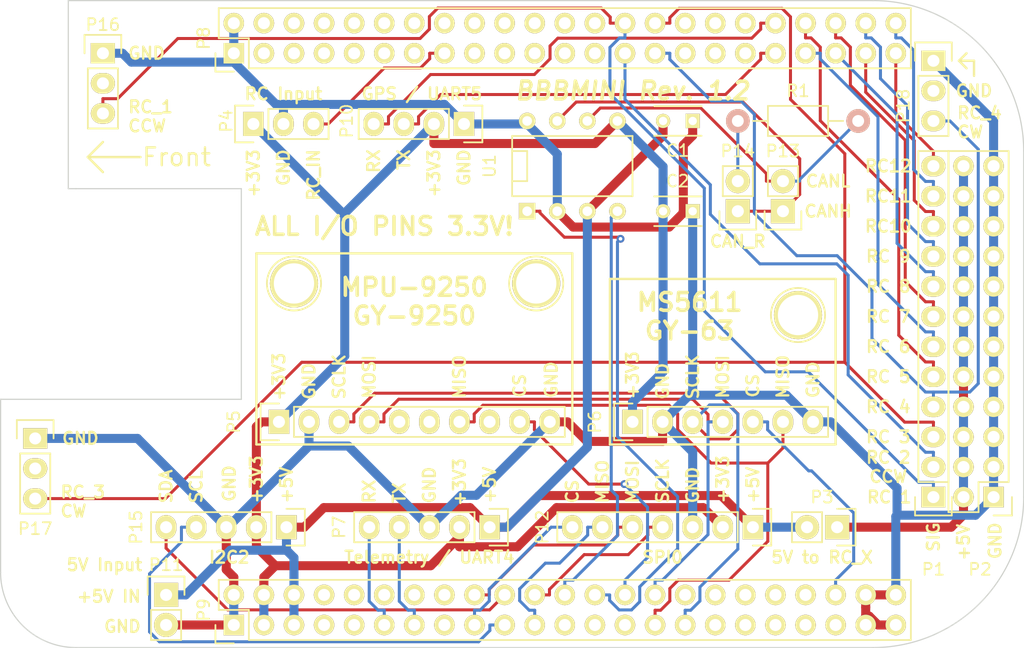
<source format=kicad_pcb>
(kicad_pcb (version 4) (host pcbnew 0.201505262310+5684~23~ubuntu14.04.1-product)

  (general
    (links 107)
    (no_connects 0)
    (area 111.709999 74.879999 198.170001 129.590001)
    (thickness 1.6)
    (drawings 110)
    (tracks 444)
    (zones 0)
    (modules 25)
    (nets 94)
  )

  (page A4)
  (title_block
    (title BBBMINI)
    (date "So 07 Jun 2015")
    (rev 1.2)
    (comment 1 https://github.com/mirkix/BBBMINI.git)
    (comment 2 "Simple ArduPilot DIY Cape for the BeagleBone Black (BBB)")
  )

  (layers
    (0 F.Cu signal)
    (31 B.Cu signal)
    (32 B.Adhes user)
    (33 F.Adhes user)
    (34 B.Paste user)
    (35 F.Paste user)
    (36 B.SilkS user)
    (37 F.SilkS user)
    (38 B.Mask user)
    (39 F.Mask user)
    (40 Dwgs.User user)
    (41 Cmts.User user)
    (42 Eco1.User user)
    (43 Eco2.User user)
    (44 Edge.Cuts user)
    (45 Margin user hide)
    (46 B.CrtYd user)
    (47 F.CrtYd user)
    (48 B.Fab user)
    (49 F.Fab user)
  )

  (setup
    (last_trace_width 0.254)
    (trace_clearance 0.254)
    (zone_clearance 0.508)
    (zone_45_only no)
    (trace_min 0.2032)
    (segment_width 0.2)
    (edge_width 0.1)
    (via_size 0.6604)
    (via_drill 0.3048)
    (via_min_size 0.4064)
    (via_min_drill 0.3048)
    (uvia_size 0.3)
    (uvia_drill 0.1)
    (uvias_allowed no)
    (uvia_min_size 0)
    (uvia_min_drill 0)
    (pcb_text_width 0.3)
    (pcb_text_size 1.5 1.5)
    (mod_edge_width 0.15)
    (mod_text_size 1 1)
    (mod_text_width 0.15)
    (pad_size 4.064 4.064)
    (pad_drill 3.4)
    (pad_to_mask_clearance 0)
    (aux_axis_origin 111.76 129.54)
    (grid_origin 111.76 129.54)
    (visible_elements 7FFFFF7F)
    (pcbplotparams
      (layerselection 0x010fc_80000001)
      (usegerberextensions true)
      (excludeedgelayer true)
      (linewidth 0.100000)
      (plotframeref false)
      (viasonmask false)
      (mode 1)
      (useauxorigin true)
      (hpglpennumber 1)
      (hpglpenspeed 20)
      (hpglpendiameter 15)
      (hpglpenoverlay 2)
      (psnegative false)
      (psa4output false)
      (plotreference true)
      (plotvalue true)
      (plotinvisibletext false)
      (padsonsilk false)
      (subtractmaskfromsilk true)
      (outputformat 1)
      (mirror false)
      (drillshape 0)
      (scaleselection 1)
      (outputdirectory GERBER/))
  )

  (net 0 "")
  (net 1 /RC_1)
  (net 2 /RC_2)
  (net 3 /RC_3)
  (net 4 /RC_4)
  (net 5 /RC_5)
  (net 6 /RC_6)
  (net 7 /RC_7)
  (net 8 /RC_8)
  (net 9 /RC_9)
  (net 10 /RC_10)
  (net 11 /RC_11)
  (net 12 /RC_12)
  (net 13 GND)
  (net 14 +5V)
  (net 15 +3V3)
  (net 16 /RC_IN)
  (net 17 "/ SPI1_SCLK")
  (net 18 /SPI1_MOSI)
  (net 19 "Net-(P5-Pad5)")
  (net 20 "Net-(P5-Pad6)")
  (net 21 /SPI1_MISO)
  (net 22 "Net-(P5-Pad8)")
  (net 23 /MPU9250_CS)
  (net 24 /RADIO_RX)
  (net 25 /RADIO_TX)
  (net 26 "Net-(P8-Pad3)")
  (net 27 "Net-(P8-Pad4)")
  (net 28 "Net-(P8-Pad5)")
  (net 29 "Net-(P8-Pad6)")
  (net 30 "Net-(P8-Pad7)")
  (net 31 "Net-(P8-Pad8)")
  (net 32 "Net-(P8-Pad9)")
  (net 33 "Net-(P8-Pad10)")
  (net 34 "Net-(P8-Pad11)")
  (net 35 "Net-(P8-Pad12)")
  (net 36 "Net-(P8-Pad13)")
  (net 37 "Net-(P8-Pad14)")
  (net 38 "Net-(P8-Pad16)")
  (net 39 "Net-(P8-Pad17)")
  (net 40 "Net-(P8-Pad18)")
  (net 41 "Net-(P8-Pad19)")
  (net 42 "Net-(P8-Pad20)")
  (net 43 "Net-(P8-Pad21)")
  (net 44 "Net-(P8-Pad22)")
  (net 45 "Net-(P8-Pad23)")
  (net 46 "Net-(P8-Pad24)")
  (net 47 "Net-(P8-Pad25)")
  (net 48 "Net-(P8-Pad26)")
  (net 49 "Net-(P8-Pad31)")
  (net 50 "Net-(P8-Pad32)")
  (net 51 "Net-(P8-Pad33)")
  (net 52 "Net-(P8-Pad34)")
  (net 53 "Net-(P8-Pad35)")
  (net 54 "Net-(P8-Pad36)")
  (net 55 "Net-(P9-Pad9)")
  (net 56 "Net-(P9-Pad10)")
  (net 57 "Net-(P9-Pad12)")
  (net 58 "Net-(P9-Pad14)")
  (net 59 "Net-(P9-Pad15)")
  (net 60 "Net-(P9-Pad16)")
  (net 61 "Net-(P9-Pad23)")
  (net 62 "Net-(P9-Pad25)")
  (net 63 "Net-(P9-Pad27)")
  (net 64 "Net-(P9-Pad32)")
  (net 65 "Net-(P9-Pad33)")
  (net 66 "Net-(P9-Pad34)")
  (net 67 "Net-(P9-Pad35)")
  (net 68 "Net-(P9-Pad36)")
  (net 69 "Net-(P9-Pad37)")
  (net 70 "Net-(P9-Pad38)")
  (net 71 "Net-(P9-Pad39)")
  (net 72 "Net-(P9-Pad40)")
  (net 73 "Net-(P9-Pad41)")
  (net 74 /MS5611_CS)
  (net 75 /GPS_RX)
  (net 76 /GPS_TX)
  (net 77 /SPI0_MOSI)
  (net 78 /SPI0_MISO)
  (net 79 /SPI0_SCLK)
  (net 80 /CAN_RX)
  (net 81 /CAN_TX)
  (net 82 /CANH)
  (net 83 /CANL)
  (net 84 "Net-(P14-Pad2)")
  (net 85 /I2C2_SCL)
  (net 86 /I2C2_SDA)
  (net 87 /SPI0_CS)
  (net 88 "Net-(P16-Pad2)")
  (net 89 "Net-(P17-Pad2)")
  (net 90 "Net-(P18-Pad2)")
  (net 91 "Net-(P2-Pad10)")
  (net 92 "Net-(P9-Pad7)")
  (net 93 "Net-(P9-Pad8)")

  (net_class Default "Dies ist die voreingestellte Netzklasse."
    (clearance 0.254)
    (trace_width 0.254)
    (via_dia 0.6604)
    (via_drill 0.3048)
    (uvia_dia 0.3)
    (uvia_drill 0.1)
    (add_net "/ SPI1_SCLK")
    (add_net /CANH)
    (add_net /CANL)
    (add_net /CAN_RX)
    (add_net /CAN_TX)
    (add_net /GPS_RX)
    (add_net /GPS_TX)
    (add_net /I2C2_SCL)
    (add_net /I2C2_SDA)
    (add_net /MPU9250_CS)
    (add_net /MS5611_CS)
    (add_net /RADIO_RX)
    (add_net /RADIO_TX)
    (add_net /RC_1)
    (add_net /RC_10)
    (add_net /RC_11)
    (add_net /RC_12)
    (add_net /RC_2)
    (add_net /RC_3)
    (add_net /RC_4)
    (add_net /RC_5)
    (add_net /RC_6)
    (add_net /RC_7)
    (add_net /RC_8)
    (add_net /RC_9)
    (add_net /RC_IN)
    (add_net /SPI0_CS)
    (add_net /SPI0_MISO)
    (add_net /SPI0_MOSI)
    (add_net /SPI0_SCLK)
    (add_net /SPI1_MISO)
    (add_net /SPI1_MOSI)
    (add_net "Net-(P14-Pad2)")
    (add_net "Net-(P16-Pad2)")
    (add_net "Net-(P17-Pad2)")
    (add_net "Net-(P18-Pad2)")
    (add_net "Net-(P5-Pad5)")
    (add_net "Net-(P5-Pad6)")
    (add_net "Net-(P5-Pad8)")
    (add_net "Net-(P8-Pad10)")
    (add_net "Net-(P8-Pad11)")
    (add_net "Net-(P8-Pad12)")
    (add_net "Net-(P8-Pad13)")
    (add_net "Net-(P8-Pad14)")
    (add_net "Net-(P8-Pad16)")
    (add_net "Net-(P8-Pad17)")
    (add_net "Net-(P8-Pad18)")
    (add_net "Net-(P8-Pad19)")
    (add_net "Net-(P8-Pad20)")
    (add_net "Net-(P8-Pad21)")
    (add_net "Net-(P8-Pad22)")
    (add_net "Net-(P8-Pad23)")
    (add_net "Net-(P8-Pad24)")
    (add_net "Net-(P8-Pad25)")
    (add_net "Net-(P8-Pad26)")
    (add_net "Net-(P8-Pad3)")
    (add_net "Net-(P8-Pad31)")
    (add_net "Net-(P8-Pad32)")
    (add_net "Net-(P8-Pad33)")
    (add_net "Net-(P8-Pad34)")
    (add_net "Net-(P8-Pad35)")
    (add_net "Net-(P8-Pad36)")
    (add_net "Net-(P8-Pad4)")
    (add_net "Net-(P8-Pad5)")
    (add_net "Net-(P8-Pad6)")
    (add_net "Net-(P8-Pad7)")
    (add_net "Net-(P8-Pad8)")
    (add_net "Net-(P8-Pad9)")
    (add_net "Net-(P9-Pad10)")
    (add_net "Net-(P9-Pad12)")
    (add_net "Net-(P9-Pad14)")
    (add_net "Net-(P9-Pad15)")
    (add_net "Net-(P9-Pad16)")
    (add_net "Net-(P9-Pad23)")
    (add_net "Net-(P9-Pad25)")
    (add_net "Net-(P9-Pad27)")
    (add_net "Net-(P9-Pad32)")
    (add_net "Net-(P9-Pad33)")
    (add_net "Net-(P9-Pad34)")
    (add_net "Net-(P9-Pad35)")
    (add_net "Net-(P9-Pad36)")
    (add_net "Net-(P9-Pad37)")
    (add_net "Net-(P9-Pad38)")
    (add_net "Net-(P9-Pad39)")
    (add_net "Net-(P9-Pad40)")
    (add_net "Net-(P9-Pad41)")
    (add_net "Net-(P9-Pad7)")
    (add_net "Net-(P9-Pad8)")
    (add_net "Net-(P9-Pad9)")
  )

  (net_class power ""
    (clearance 0.254)
    (trace_width 0.762)
    (via_dia 0.9144)
    (via_drill 0.5588)
    (uvia_dia 0.3)
    (uvia_drill 0.1)
    (add_net +3V3)
    (add_net +5V)
    (add_net GND)
    (add_net "Net-(P2-Pad10)")
  )

  (module Connect:1pin (layer F.Cu) (tedit 5574B23A) (tstamp 5574A5C7)
    (at 136.525 98.806)
    (descr "module 1 pin (ou trou mecanique de percage)")
    (tags DEV)
    (fp_text reference REF1 (at 0 -3.048) (layer F.SilkS) hide
      (effects (font (size 1 1) (thickness 0.15)))
    )
    (fp_text value 1pin (at 0 2.794) (layer F.Fab) hide
      (effects (font (size 1 1) (thickness 0.15)))
    )
    (fp_circle (center 0 0) (end 0 -2.286) (layer F.SilkS) (width 0.15))
    (pad 1 thru_hole circle (at 0 0) (size 4.064 4.064) (drill 3.4) (layers *.Cu *.Mask F.SilkS))
  )

  (module Pin_Headers:Pin_Header_Straight_1x12 (layer F.Cu) (tedit 55526943) (tstamp 55413ECC)
    (at 190.5 116.84 180)
    (descr "Through hole pin header")
    (tags "pin header")
    (path /553FEBDE)
    (fp_text reference P1 (at 0 -6.096 180) (layer F.SilkS)
      (effects (font (size 1 1) (thickness 0.15)))
    )
    (fp_text value RC_OUTPUT (at 0 -3.1 180) (layer F.Fab) hide
      (effects (font (size 1 1) (thickness 0.15)))
    )
    (fp_line (start -1.75 -1.75) (end -1.75 29.7) (layer F.CrtYd) (width 0.05))
    (fp_line (start 1.75 -1.75) (end 1.75 29.7) (layer F.CrtYd) (width 0.05))
    (fp_line (start -1.75 -1.75) (end 1.75 -1.75) (layer F.CrtYd) (width 0.05))
    (fp_line (start -1.75 29.7) (end 1.75 29.7) (layer F.CrtYd) (width 0.05))
    (fp_line (start 1.27 1.27) (end 1.27 29.21) (layer F.SilkS) (width 0.15))
    (fp_line (start 1.27 29.21) (end -1.27 29.21) (layer F.SilkS) (width 0.15))
    (fp_line (start -1.27 29.21) (end -1.27 1.27) (layer F.SilkS) (width 0.15))
    (fp_line (start 1.55 -1.55) (end 1.55 0) (layer F.SilkS) (width 0.15))
    (fp_line (start 1.27 1.27) (end -1.27 1.27) (layer F.SilkS) (width 0.15))
    (fp_line (start -1.55 0) (end -1.55 -1.55) (layer F.SilkS) (width 0.15))
    (fp_line (start -1.55 -1.55) (end 1.55 -1.55) (layer F.SilkS) (width 0.15))
    (pad 1 thru_hole rect (at 0 0 180) (size 2.032 1.7272) (drill 1.016) (layers *.Cu *.Mask F.SilkS)
      (net 1 /RC_1))
    (pad 2 thru_hole oval (at 0 2.54 180) (size 2.032 1.7272) (drill 1.016) (layers *.Cu *.Mask F.SilkS)
      (net 2 /RC_2))
    (pad 3 thru_hole oval (at 0 5.08 180) (size 2.032 1.7272) (drill 1.016) (layers *.Cu *.Mask F.SilkS)
      (net 3 /RC_3))
    (pad 4 thru_hole oval (at 0 7.62 180) (size 2.032 1.7272) (drill 1.016) (layers *.Cu *.Mask F.SilkS)
      (net 4 /RC_4))
    (pad 5 thru_hole oval (at 0 10.16 180) (size 2.032 1.7272) (drill 1.016) (layers *.Cu *.Mask F.SilkS)
      (net 5 /RC_5))
    (pad 6 thru_hole oval (at 0 12.7 180) (size 2.032 1.7272) (drill 1.016) (layers *.Cu *.Mask F.SilkS)
      (net 6 /RC_6))
    (pad 7 thru_hole oval (at 0 15.24 180) (size 2.032 1.7272) (drill 1.016) (layers *.Cu *.Mask F.SilkS)
      (net 7 /RC_7))
    (pad 8 thru_hole oval (at 0 17.78 180) (size 2.032 1.7272) (drill 1.016) (layers *.Cu *.Mask F.SilkS)
      (net 8 /RC_8))
    (pad 9 thru_hole oval (at 0 20.32 180) (size 2.032 1.7272) (drill 1.016) (layers *.Cu *.Mask F.SilkS)
      (net 9 /RC_9))
    (pad 10 thru_hole oval (at 0 22.86 180) (size 2.032 1.7272) (drill 1.016) (layers *.Cu *.Mask F.SilkS)
      (net 10 /RC_10))
    (pad 11 thru_hole oval (at 0 25.4 180) (size 2.032 1.7272) (drill 1.016) (layers *.Cu *.Mask F.SilkS)
      (net 11 /RC_11))
    (pad 12 thru_hole oval (at 0 27.94 180) (size 2.032 1.7272) (drill 1.016) (layers *.Cu *.Mask F.SilkS)
      (net 12 /RC_12))
    (model Pin_Headers.3dshapes/Pin_Header_Straight_1x12.wrl
      (at (xyz 0 -0.55 0))
      (scale (xyz 1 1 1))
      (rotate (xyz 0 0 90))
    )
  )

  (module Pin_Headers:Pin_Header_Straight_2x12 (layer F.Cu) (tedit 55526946) (tstamp 55413EE8)
    (at 195.58 116.84 180)
    (descr "Through hole pin header")
    (tags "pin header")
    (path /553FED31)
    (fp_text reference P2 (at 1.143 -6.096 180) (layer F.SilkS)
      (effects (font (size 1 1) (thickness 0.15)))
    )
    (fp_text value RC_OUTPUT_GND (at 0 -3.1 180) (layer F.Fab) hide
      (effects (font (size 1 1) (thickness 0.15)))
    )
    (fp_line (start -1.75 -1.75) (end -1.75 29.7) (layer F.CrtYd) (width 0.05))
    (fp_line (start 4.3 -1.75) (end 4.3 29.7) (layer F.CrtYd) (width 0.05))
    (fp_line (start -1.75 -1.75) (end 4.3 -1.75) (layer F.CrtYd) (width 0.05))
    (fp_line (start -1.75 29.7) (end 4.3 29.7) (layer F.CrtYd) (width 0.05))
    (fp_line (start 3.81 29.21) (end 3.81 -1.27) (layer F.SilkS) (width 0.15))
    (fp_line (start -1.27 1.27) (end -1.27 29.21) (layer F.SilkS) (width 0.15))
    (fp_line (start 3.81 29.21) (end -1.27 29.21) (layer F.SilkS) (width 0.15))
    (fp_line (start 3.81 -1.27) (end 1.27 -1.27) (layer F.SilkS) (width 0.15))
    (fp_line (start 0 -1.55) (end -1.55 -1.55) (layer F.SilkS) (width 0.15))
    (fp_line (start 1.27 -1.27) (end 1.27 1.27) (layer F.SilkS) (width 0.15))
    (fp_line (start 1.27 1.27) (end -1.27 1.27) (layer F.SilkS) (width 0.15))
    (fp_line (start -1.55 -1.55) (end -1.55 0) (layer F.SilkS) (width 0.15))
    (pad 1 thru_hole rect (at 0 0 180) (size 1.7272 1.7272) (drill 1.016) (layers *.Cu *.Mask F.SilkS)
      (net 13 GND))
    (pad 2 thru_hole oval (at 2.54 0 180) (size 1.7272 1.7272) (drill 1.016) (layers *.Cu *.Mask F.SilkS)
      (net 91 "Net-(P2-Pad10)"))
    (pad 3 thru_hole oval (at 0 2.54 180) (size 1.7272 1.7272) (drill 1.016) (layers *.Cu *.Mask F.SilkS)
      (net 13 GND))
    (pad 4 thru_hole oval (at 2.54 2.54 180) (size 1.7272 1.7272) (drill 1.016) (layers *.Cu *.Mask F.SilkS)
      (net 91 "Net-(P2-Pad10)"))
    (pad 5 thru_hole oval (at 0 5.08 180) (size 1.7272 1.7272) (drill 1.016) (layers *.Cu *.Mask F.SilkS)
      (net 13 GND))
    (pad 6 thru_hole oval (at 2.54 5.08 180) (size 1.7272 1.7272) (drill 1.016) (layers *.Cu *.Mask F.SilkS)
      (net 91 "Net-(P2-Pad10)"))
    (pad 7 thru_hole oval (at 0 7.62 180) (size 1.7272 1.7272) (drill 1.016) (layers *.Cu *.Mask F.SilkS)
      (net 13 GND))
    (pad 8 thru_hole oval (at 2.54 7.62 180) (size 1.7272 1.7272) (drill 1.016) (layers *.Cu *.Mask F.SilkS)
      (net 91 "Net-(P2-Pad10)"))
    (pad 9 thru_hole oval (at 0 10.16 180) (size 1.7272 1.7272) (drill 1.016) (layers *.Cu *.Mask F.SilkS)
      (net 13 GND))
    (pad 10 thru_hole oval (at 2.54 10.16 180) (size 1.7272 1.7272) (drill 1.016) (layers *.Cu *.Mask F.SilkS)
      (net 91 "Net-(P2-Pad10)"))
    (pad 11 thru_hole oval (at 0 12.7 180) (size 1.7272 1.7272) (drill 1.016) (layers *.Cu *.Mask F.SilkS)
      (net 13 GND))
    (pad 12 thru_hole oval (at 2.54 12.7 180) (size 1.7272 1.7272) (drill 1.016) (layers *.Cu *.Mask F.SilkS)
      (net 91 "Net-(P2-Pad10)"))
    (pad 13 thru_hole oval (at 0 15.24 180) (size 1.7272 1.7272) (drill 1.016) (layers *.Cu *.Mask F.SilkS)
      (net 13 GND))
    (pad 14 thru_hole oval (at 2.54 15.24 180) (size 1.7272 1.7272) (drill 1.016) (layers *.Cu *.Mask F.SilkS)
      (net 91 "Net-(P2-Pad10)"))
    (pad 15 thru_hole oval (at 0 17.78 180) (size 1.7272 1.7272) (drill 1.016) (layers *.Cu *.Mask F.SilkS)
      (net 13 GND))
    (pad 16 thru_hole oval (at 2.54 17.78 180) (size 1.7272 1.7272) (drill 1.016) (layers *.Cu *.Mask F.SilkS)
      (net 91 "Net-(P2-Pad10)"))
    (pad 17 thru_hole oval (at 0 20.32 180) (size 1.7272 1.7272) (drill 1.016) (layers *.Cu *.Mask F.SilkS)
      (net 13 GND))
    (pad 18 thru_hole oval (at 2.54 20.32 180) (size 1.7272 1.7272) (drill 1.016) (layers *.Cu *.Mask F.SilkS)
      (net 91 "Net-(P2-Pad10)"))
    (pad 19 thru_hole oval (at 0 22.86 180) (size 1.7272 1.7272) (drill 1.016) (layers *.Cu *.Mask F.SilkS)
      (net 13 GND))
    (pad 20 thru_hole oval (at 2.54 22.86 180) (size 1.7272 1.7272) (drill 1.016) (layers *.Cu *.Mask F.SilkS)
      (net 91 "Net-(P2-Pad10)"))
    (pad 21 thru_hole oval (at 0 25.4 180) (size 1.7272 1.7272) (drill 1.016) (layers *.Cu *.Mask F.SilkS)
      (net 13 GND))
    (pad 22 thru_hole oval (at 2.54 25.4 180) (size 1.7272 1.7272) (drill 1.016) (layers *.Cu *.Mask F.SilkS)
      (net 91 "Net-(P2-Pad10)"))
    (pad 23 thru_hole oval (at 0 27.94 180) (size 1.7272 1.7272) (drill 1.016) (layers *.Cu *.Mask F.SilkS)
      (net 13 GND))
    (pad 24 thru_hole oval (at 2.54 27.94 180) (size 1.7272 1.7272) (drill 1.016) (layers *.Cu *.Mask F.SilkS)
      (net 91 "Net-(P2-Pad10)"))
    (model Pin_Headers.3dshapes/Pin_Header_Straight_2x12.wrl
      (at (xyz 0.05 -0.55 0))
      (scale (xyz 1 1 1))
      (rotate (xyz 0 0 90))
    )
  )

  (module Pin_Headers:Pin_Header_Straight_1x02 (layer F.Cu) (tedit 555268BC) (tstamp 55413EEE)
    (at 182.372 119.38 270)
    (descr "Through hole pin header")
    (tags "pin header")
    (path /553FFF5A)
    (fp_text reference P3 (at -2.54 1.27 360) (layer F.SilkS)
      (effects (font (size 1 1) (thickness 0.15)))
    )
    (fp_text value "5V FROM RC_OUT" (at 0 -3.1 270) (layer F.Fab) hide
      (effects (font (size 1 1) (thickness 0.15)))
    )
    (fp_line (start 1.27 1.27) (end 1.27 3.81) (layer F.SilkS) (width 0.15))
    (fp_line (start 1.55 -1.55) (end 1.55 0) (layer F.SilkS) (width 0.15))
    (fp_line (start -1.75 -1.75) (end -1.75 4.3) (layer F.CrtYd) (width 0.05))
    (fp_line (start 1.75 -1.75) (end 1.75 4.3) (layer F.CrtYd) (width 0.05))
    (fp_line (start -1.75 -1.75) (end 1.75 -1.75) (layer F.CrtYd) (width 0.05))
    (fp_line (start -1.75 4.3) (end 1.75 4.3) (layer F.CrtYd) (width 0.05))
    (fp_line (start 1.27 1.27) (end -1.27 1.27) (layer F.SilkS) (width 0.15))
    (fp_line (start -1.55 0) (end -1.55 -1.55) (layer F.SilkS) (width 0.15))
    (fp_line (start -1.55 -1.55) (end 1.55 -1.55) (layer F.SilkS) (width 0.15))
    (fp_line (start -1.27 1.27) (end -1.27 3.81) (layer F.SilkS) (width 0.15))
    (fp_line (start -1.27 3.81) (end 1.27 3.81) (layer F.SilkS) (width 0.15))
    (pad 1 thru_hole rect (at 0 0 270) (size 2.032 2.032) (drill 1.016) (layers *.Cu *.Mask F.SilkS)
      (net 91 "Net-(P2-Pad10)"))
    (pad 2 thru_hole oval (at 0 2.54 270) (size 2.032 2.032) (drill 1.016) (layers *.Cu *.Mask F.SilkS)
      (net 14 +5V))
    (model Pin_Headers.3dshapes/Pin_Header_Straight_1x02.wrl
      (at (xyz 0 -0.05 0))
      (scale (xyz 1 1 1))
      (rotate (xyz 0 0 90))
    )
  )

  (module Pin_Headers:Pin_Header_Straight_1x03 (layer F.Cu) (tedit 555108B0) (tstamp 55413EF5)
    (at 133.096 85.344 90)
    (descr "Through hole pin header")
    (tags "pin header")
    (path /5540047C)
    (fp_text reference P4 (at 0.254 -2.286 90) (layer F.SilkS)
      (effects (font (size 1 1) (thickness 0.15)))
    )
    (fp_text value "RC INPUT" (at 0 -3.1 90) (layer F.Fab) hide
      (effects (font (size 1 1) (thickness 0.15)))
    )
    (fp_line (start -1.75 -1.75) (end -1.75 6.85) (layer F.CrtYd) (width 0.05))
    (fp_line (start 1.75 -1.75) (end 1.75 6.85) (layer F.CrtYd) (width 0.05))
    (fp_line (start -1.75 -1.75) (end 1.75 -1.75) (layer F.CrtYd) (width 0.05))
    (fp_line (start -1.75 6.85) (end 1.75 6.85) (layer F.CrtYd) (width 0.05))
    (fp_line (start -1.27 1.27) (end -1.27 6.35) (layer F.SilkS) (width 0.15))
    (fp_line (start -1.27 6.35) (end 1.27 6.35) (layer F.SilkS) (width 0.15))
    (fp_line (start 1.27 6.35) (end 1.27 1.27) (layer F.SilkS) (width 0.15))
    (fp_line (start 1.55 -1.55) (end 1.55 0) (layer F.SilkS) (width 0.15))
    (fp_line (start 1.27 1.27) (end -1.27 1.27) (layer F.SilkS) (width 0.15))
    (fp_line (start -1.55 0) (end -1.55 -1.55) (layer F.SilkS) (width 0.15))
    (fp_line (start -1.55 -1.55) (end 1.55 -1.55) (layer F.SilkS) (width 0.15))
    (pad 1 thru_hole rect (at 0 0 90) (size 2.032 1.7272) (drill 1.016) (layers *.Cu *.Mask F.SilkS)
      (net 15 +3V3))
    (pad 2 thru_hole oval (at 0 2.54 90) (size 2.032 1.7272) (drill 1.016) (layers *.Cu *.Mask F.SilkS)
      (net 13 GND))
    (pad 3 thru_hole oval (at 0 5.08 90) (size 2.032 1.7272) (drill 1.016) (layers *.Cu *.Mask F.SilkS)
      (net 16 /RC_IN))
    (model Pin_Headers.3dshapes/Pin_Header_Straight_1x03.wrl
      (at (xyz 0 -0.1 0))
      (scale (xyz 1 1 1))
      (rotate (xyz 0 0 90))
    )
  )

  (module Pin_Headers:Pin_Header_Straight_1x10 (layer F.Cu) (tedit 555108FA) (tstamp 55413F03)
    (at 135.255 110.49 90)
    (descr "Through hole pin header")
    (tags "pin header")
    (path /55400D95)
    (fp_text reference P5 (at 0 -3.81 90) (layer F.SilkS)
      (effects (font (size 1 1) (thickness 0.15)))
    )
    (fp_text value "MPU-9250 breakoutboard" (at 0 -3.1 90) (layer F.Fab) hide
      (effects (font (size 1 1) (thickness 0.15)))
    )
    (fp_line (start -1.75 -1.75) (end -1.75 24.65) (layer F.CrtYd) (width 0.05))
    (fp_line (start 1.75 -1.75) (end 1.75 24.65) (layer F.CrtYd) (width 0.05))
    (fp_line (start -1.75 -1.75) (end 1.75 -1.75) (layer F.CrtYd) (width 0.05))
    (fp_line (start -1.75 24.65) (end 1.75 24.65) (layer F.CrtYd) (width 0.05))
    (fp_line (start 1.27 1.27) (end 1.27 24.13) (layer F.SilkS) (width 0.15))
    (fp_line (start 1.27 24.13) (end -1.27 24.13) (layer F.SilkS) (width 0.15))
    (fp_line (start -1.27 24.13) (end -1.27 1.27) (layer F.SilkS) (width 0.15))
    (fp_line (start 1.55 -1.55) (end 1.55 0) (layer F.SilkS) (width 0.15))
    (fp_line (start 1.27 1.27) (end -1.27 1.27) (layer F.SilkS) (width 0.15))
    (fp_line (start -1.55 0) (end -1.55 -1.55) (layer F.SilkS) (width 0.15))
    (fp_line (start -1.55 -1.55) (end 1.55 -1.55) (layer F.SilkS) (width 0.15))
    (pad 1 thru_hole rect (at 0 0 90) (size 2.032 1.7272) (drill 1.016) (layers *.Cu *.Mask F.SilkS)
      (net 15 +3V3))
    (pad 2 thru_hole oval (at 0 2.54 90) (size 2.032 1.7272) (drill 1.016) (layers *.Cu *.Mask F.SilkS)
      (net 13 GND))
    (pad 3 thru_hole oval (at 0 5.08 90) (size 2.032 1.7272) (drill 1.016) (layers *.Cu *.Mask F.SilkS)
      (net 17 "/ SPI1_SCLK"))
    (pad 4 thru_hole oval (at 0 7.62 90) (size 2.032 1.7272) (drill 1.016) (layers *.Cu *.Mask F.SilkS)
      (net 18 /SPI1_MOSI))
    (pad 5 thru_hole oval (at 0 10.16 90) (size 2.032 1.7272) (drill 1.016) (layers *.Cu *.Mask F.SilkS)
      (net 19 "Net-(P5-Pad5)"))
    (pad 6 thru_hole oval (at 0 12.7 90) (size 2.032 1.7272) (drill 1.016) (layers *.Cu *.Mask F.SilkS)
      (net 20 "Net-(P5-Pad6)"))
    (pad 7 thru_hole oval (at 0 15.24 90) (size 2.032 1.7272) (drill 1.016) (layers *.Cu *.Mask F.SilkS)
      (net 21 /SPI1_MISO))
    (pad 8 thru_hole oval (at 0 17.78 90) (size 2.032 1.7272) (drill 1.016) (layers *.Cu *.Mask F.SilkS)
      (net 22 "Net-(P5-Pad8)"))
    (pad 9 thru_hole oval (at 0 20.32 90) (size 2.032 1.7272) (drill 1.016) (layers *.Cu *.Mask F.SilkS)
      (net 23 /MPU9250_CS))
    (pad 10 thru_hole oval (at 0 22.86 90) (size 2.032 1.7272) (drill 1.016) (layers *.Cu *.Mask F.SilkS)
      (net 13 GND))
    (model Pin_Headers.3dshapes/Pin_Header_Straight_1x10.wrl
      (at (xyz 0 -0.45 0))
      (scale (xyz 1 1 1))
      (rotate (xyz 0 0 90))
    )
  )

  (module Pin_Headers:Pin_Header_Straight_1x07 (layer F.Cu) (tedit 555108F1) (tstamp 55413F0E)
    (at 165.1 110.49 90)
    (descr "Through hole pin header")
    (tags "pin header")
    (path /55402397)
    (fp_text reference P6 (at 0 -3.175 90) (layer F.SilkS)
      (effects (font (size 1 1) (thickness 0.15)))
    )
    (fp_text value "MS5611 breakoutboard" (at 0 -3.1 90) (layer F.Fab) hide
      (effects (font (size 1 1) (thickness 0.15)))
    )
    (fp_line (start -1.75 -1.75) (end -1.75 17) (layer F.CrtYd) (width 0.05))
    (fp_line (start 1.75 -1.75) (end 1.75 17) (layer F.CrtYd) (width 0.05))
    (fp_line (start -1.75 -1.75) (end 1.75 -1.75) (layer F.CrtYd) (width 0.05))
    (fp_line (start -1.75 17) (end 1.75 17) (layer F.CrtYd) (width 0.05))
    (fp_line (start 1.27 1.27) (end 1.27 16.51) (layer F.SilkS) (width 0.15))
    (fp_line (start 1.27 16.51) (end -1.27 16.51) (layer F.SilkS) (width 0.15))
    (fp_line (start -1.27 16.51) (end -1.27 1.27) (layer F.SilkS) (width 0.15))
    (fp_line (start 1.55 -1.55) (end 1.55 0) (layer F.SilkS) (width 0.15))
    (fp_line (start 1.27 1.27) (end -1.27 1.27) (layer F.SilkS) (width 0.15))
    (fp_line (start -1.55 0) (end -1.55 -1.55) (layer F.SilkS) (width 0.15))
    (fp_line (start -1.55 -1.55) (end 1.55 -1.55) (layer F.SilkS) (width 0.15))
    (pad 1 thru_hole rect (at 0 0 90) (size 2.032 1.7272) (drill 1.016) (layers *.Cu *.Mask F.SilkS)
      (net 15 +3V3))
    (pad 2 thru_hole oval (at 0 2.54 90) (size 2.032 1.7272) (drill 1.016) (layers *.Cu *.Mask F.SilkS)
      (net 13 GND))
    (pad 3 thru_hole oval (at 0 5.08 90) (size 2.032 1.7272) (drill 1.016) (layers *.Cu *.Mask F.SilkS)
      (net 17 "/ SPI1_SCLK"))
    (pad 4 thru_hole oval (at 0 7.62 90) (size 2.032 1.7272) (drill 1.016) (layers *.Cu *.Mask F.SilkS)
      (net 18 /SPI1_MOSI))
    (pad 5 thru_hole oval (at 0 10.16 90) (size 2.032 1.7272) (drill 1.016) (layers *.Cu *.Mask F.SilkS)
      (net 74 /MS5611_CS))
    (pad 6 thru_hole oval (at 0 12.7 90) (size 2.032 1.7272) (drill 1.016) (layers *.Cu *.Mask F.SilkS)
      (net 21 /SPI1_MISO))
    (pad 7 thru_hole oval (at 0 15.24 90) (size 2.032 1.7272) (drill 1.016) (layers *.Cu *.Mask F.SilkS)
      (net 13 GND))
    (model Pin_Headers.3dshapes/Pin_Header_Straight_1x07.wrl
      (at (xyz 0 -0.3 0))
      (scale (xyz 1 1 1))
      (rotate (xyz 0 0 90))
    )
  )

  (module Pin_Headers:Pin_Header_Straight_2x23 (layer F.Cu) (tedit 5574AD96) (tstamp 55413F48)
    (at 131.445 79.375 90)
    (descr "Through hole pin header")
    (tags "pin header")
    (path /553FF409)
    (fp_text reference P8 (at 1.27 -2.54 90) (layer F.SilkS)
      (effects (font (size 1 1) (thickness 0.15)))
    )
    (fp_text value BBB_P8 (at 0 -3.1 90) (layer F.Fab) hide
      (effects (font (size 1 1) (thickness 0.15)))
    )
    (fp_line (start -1.75 -1.75) (end -1.75 57.65) (layer F.CrtYd) (width 0.05))
    (fp_line (start 4.3 -1.75) (end 4.3 57.65) (layer F.CrtYd) (width 0.05))
    (fp_line (start -1.75 -1.75) (end 4.3 -1.75) (layer F.CrtYd) (width 0.05))
    (fp_line (start -1.75 57.65) (end 4.3 57.65) (layer F.CrtYd) (width 0.05))
    (fp_line (start 3.81 57.15) (end 3.81 -1.27) (layer F.SilkS) (width 0.15))
    (fp_line (start -1.27 57.15) (end -1.27 1.27) (layer F.SilkS) (width 0.15))
    (fp_line (start 3.81 57.15) (end -1.27 57.15) (layer F.SilkS) (width 0.15))
    (fp_line (start 3.81 -1.27) (end 1.27 -1.27) (layer F.SilkS) (width 0.15))
    (fp_line (start 0 -1.55) (end -1.55 -1.55) (layer F.SilkS) (width 0.15))
    (fp_line (start 1.27 -1.27) (end 1.27 1.27) (layer F.SilkS) (width 0.15))
    (fp_line (start 1.27 1.27) (end -1.27 1.27) (layer F.SilkS) (width 0.15))
    (fp_line (start -1.55 -1.55) (end -1.55 0) (layer F.SilkS) (width 0.15))
    (pad 1 thru_hole rect (at 0 0 90) (size 1.7272 1.7272) (drill 1.016) (layers *.Cu *.Mask F.SilkS)
      (net 13 GND))
    (pad 2 thru_hole oval (at 2.54 0 90) (size 1.7272 1.7272) (drill 1.016) (layers *.Cu *.Mask F.SilkS)
      (net 13 GND))
    (pad 3 thru_hole oval (at 0 2.54 90) (size 1.7272 1.7272) (drill 1.016) (layers *.Cu *.Mask F.SilkS)
      (net 26 "Net-(P8-Pad3)"))
    (pad 4 thru_hole oval (at 2.54 2.54 90) (size 1.7272 1.7272) (drill 1.016) (layers *.Cu *.Mask F.SilkS)
      (net 27 "Net-(P8-Pad4)"))
    (pad 5 thru_hole oval (at 0 5.08 90) (size 1.7272 1.7272) (drill 1.016) (layers *.Cu *.Mask F.SilkS)
      (net 28 "Net-(P8-Pad5)"))
    (pad 6 thru_hole oval (at 2.54 5.08 90) (size 1.7272 1.7272) (drill 1.016) (layers *.Cu *.Mask F.SilkS)
      (net 29 "Net-(P8-Pad6)"))
    (pad 7 thru_hole oval (at 0 7.62 90) (size 1.7272 1.7272) (drill 1.016) (layers *.Cu *.Mask F.SilkS)
      (net 30 "Net-(P8-Pad7)"))
    (pad 8 thru_hole oval (at 2.54 7.62 90) (size 1.7272 1.7272) (drill 1.016) (layers *.Cu *.Mask F.SilkS)
      (net 31 "Net-(P8-Pad8)"))
    (pad 9 thru_hole oval (at 0 10.16 90) (size 1.7272 1.7272) (drill 1.016) (layers *.Cu *.Mask F.SilkS)
      (net 32 "Net-(P8-Pad9)"))
    (pad 10 thru_hole oval (at 2.54 10.16 90) (size 1.7272 1.7272) (drill 1.016) (layers *.Cu *.Mask F.SilkS)
      (net 33 "Net-(P8-Pad10)"))
    (pad 11 thru_hole oval (at 0 12.7 90) (size 1.7272 1.7272) (drill 1.016) (layers *.Cu *.Mask F.SilkS)
      (net 34 "Net-(P8-Pad11)"))
    (pad 12 thru_hole oval (at 2.54 12.7 90) (size 1.7272 1.7272) (drill 1.016) (layers *.Cu *.Mask F.SilkS)
      (net 35 "Net-(P8-Pad12)"))
    (pad 13 thru_hole oval (at 0 15.24 90) (size 1.7272 1.7272) (drill 1.016) (layers *.Cu *.Mask F.SilkS)
      (net 36 "Net-(P8-Pad13)"))
    (pad 14 thru_hole oval (at 2.54 15.24 90) (size 1.7272 1.7272) (drill 1.016) (layers *.Cu *.Mask F.SilkS)
      (net 37 "Net-(P8-Pad14)"))
    (pad 15 thru_hole oval (at 0 17.78 90) (size 1.7272 1.7272) (drill 1.016) (layers *.Cu *.Mask F.SilkS)
      (net 16 /RC_IN))
    (pad 16 thru_hole oval (at 2.54 17.78 90) (size 1.7272 1.7272) (drill 1.016) (layers *.Cu *.Mask F.SilkS)
      (net 38 "Net-(P8-Pad16)"))
    (pad 17 thru_hole oval (at 0 20.32 90) (size 1.7272 1.7272) (drill 1.016) (layers *.Cu *.Mask F.SilkS)
      (net 39 "Net-(P8-Pad17)"))
    (pad 18 thru_hole oval (at 2.54 20.32 90) (size 1.7272 1.7272) (drill 1.016) (layers *.Cu *.Mask F.SilkS)
      (net 40 "Net-(P8-Pad18)"))
    (pad 19 thru_hole oval (at 0 22.86 90) (size 1.7272 1.7272) (drill 1.016) (layers *.Cu *.Mask F.SilkS)
      (net 41 "Net-(P8-Pad19)"))
    (pad 20 thru_hole oval (at 2.54 22.86 90) (size 1.7272 1.7272) (drill 1.016) (layers *.Cu *.Mask F.SilkS)
      (net 42 "Net-(P8-Pad20)"))
    (pad 21 thru_hole oval (at 0 25.4 90) (size 1.7272 1.7272) (drill 1.016) (layers *.Cu *.Mask F.SilkS)
      (net 43 "Net-(P8-Pad21)"))
    (pad 22 thru_hole oval (at 2.54 25.4 90) (size 1.7272 1.7272) (drill 1.016) (layers *.Cu *.Mask F.SilkS)
      (net 44 "Net-(P8-Pad22)"))
    (pad 23 thru_hole oval (at 0 27.94 90) (size 1.7272 1.7272) (drill 1.016) (layers *.Cu *.Mask F.SilkS)
      (net 45 "Net-(P8-Pad23)"))
    (pad 24 thru_hole oval (at 2.54 27.94 90) (size 1.7272 1.7272) (drill 1.016) (layers *.Cu *.Mask F.SilkS)
      (net 46 "Net-(P8-Pad24)"))
    (pad 25 thru_hole oval (at 0 30.48 90) (size 1.7272 1.7272) (drill 1.016) (layers *.Cu *.Mask F.SilkS)
      (net 47 "Net-(P8-Pad25)"))
    (pad 26 thru_hole oval (at 2.54 30.48 90) (size 1.7272 1.7272) (drill 1.016) (layers *.Cu *.Mask F.SilkS)
      (net 48 "Net-(P8-Pad26)"))
    (pad 27 thru_hole oval (at 0 33.02 90) (size 1.7272 1.7272) (drill 1.016) (layers *.Cu *.Mask F.SilkS)
      (net 2 /RC_2))
    (pad 28 thru_hole oval (at 2.54 33.02 90) (size 1.7272 1.7272) (drill 1.016) (layers *.Cu *.Mask F.SilkS)
      (net 1 /RC_1))
    (pad 29 thru_hole oval (at 0 35.56 90) (size 1.7272 1.7272) (drill 1.016) (layers *.Cu *.Mask F.SilkS)
      (net 4 /RC_4))
    (pad 30 thru_hole oval (at 2.54 35.56 90) (size 1.7272 1.7272) (drill 1.016) (layers *.Cu *.Mask F.SilkS)
      (net 3 /RC_3))
    (pad 31 thru_hole oval (at 0 38.1 90) (size 1.7272 1.7272) (drill 1.016) (layers *.Cu *.Mask F.SilkS)
      (net 49 "Net-(P8-Pad31)"))
    (pad 32 thru_hole oval (at 2.54 38.1 90) (size 1.7272 1.7272) (drill 1.016) (layers *.Cu *.Mask F.SilkS)
      (net 50 "Net-(P8-Pad32)"))
    (pad 33 thru_hole oval (at 0 40.64 90) (size 1.7272 1.7272) (drill 1.016) (layers *.Cu *.Mask F.SilkS)
      (net 51 "Net-(P8-Pad33)"))
    (pad 34 thru_hole oval (at 2.54 40.64 90) (size 1.7272 1.7272) (drill 1.016) (layers *.Cu *.Mask F.SilkS)
      (net 52 "Net-(P8-Pad34)"))
    (pad 35 thru_hole oval (at 0 43.18 90) (size 1.7272 1.7272) (drill 1.016) (layers *.Cu *.Mask F.SilkS)
      (net 53 "Net-(P8-Pad35)"))
    (pad 36 thru_hole oval (at 2.54 43.18 90) (size 1.7272 1.7272) (drill 1.016) (layers *.Cu *.Mask F.SilkS)
      (net 54 "Net-(P8-Pad36)"))
    (pad 37 thru_hole oval (at 0 45.72 90) (size 1.7272 1.7272) (drill 1.016) (layers *.Cu *.Mask F.SilkS)
      (net 75 /GPS_RX))
    (pad 38 thru_hole oval (at 2.54 45.72 90) (size 1.7272 1.7272) (drill 1.016) (layers *.Cu *.Mask F.SilkS)
      (net 76 /GPS_TX))
    (pad 39 thru_hole oval (at 0 48.26 90) (size 1.7272 1.7272) (drill 1.016) (layers *.Cu *.Mask F.SilkS)
      (net 6 /RC_6))
    (pad 40 thru_hole oval (at 2.54 48.26 90) (size 1.7272 1.7272) (drill 1.016) (layers *.Cu *.Mask F.SilkS)
      (net 5 /RC_5))
    (pad 41 thru_hole oval (at 0 50.8 90) (size 1.7272 1.7272) (drill 1.016) (layers *.Cu *.Mask F.SilkS)
      (net 8 /RC_8))
    (pad 42 thru_hole oval (at 2.54 50.8 90) (size 1.7272 1.7272) (drill 1.016) (layers *.Cu *.Mask F.SilkS)
      (net 7 /RC_7))
    (pad 43 thru_hole oval (at 0 53.34 90) (size 1.7272 1.7272) (drill 1.016) (layers *.Cu *.Mask F.SilkS)
      (net 10 /RC_10))
    (pad 44 thru_hole oval (at 2.54 53.34 90) (size 1.7272 1.7272) (drill 1.016) (layers *.Cu *.Mask F.SilkS)
      (net 9 /RC_9))
    (pad 45 thru_hole oval (at 0 55.88 90) (size 1.7272 1.7272) (drill 1.016) (layers *.Cu *.Mask F.SilkS)
      (net 12 /RC_12))
    (pad 46 thru_hole oval (at 2.54 55.88 90) (size 1.7272 1.7272) (drill 1.016) (layers *.Cu *.Mask F.SilkS)
      (net 11 /RC_11))
    (model Pin_Headers.3dshapes/Pin_Header_Straight_2x23.wrl
      (at (xyz 0.05 -1.1 0))
      (scale (xyz 1 1 1))
      (rotate (xyz 0 0 90))
    )
  )

  (module Pin_Headers:Pin_Header_Straight_2x23 (layer F.Cu) (tedit 5574AD6B) (tstamp 55413F7A)
    (at 131.445 127.635 90)
    (descr "Through hole pin header")
    (tags "pin header")
    (path /553FF05F)
    (fp_text reference P9 (at 1.27 -2.54 90) (layer F.SilkS)
      (effects (font (size 1 1) (thickness 0.15)))
    )
    (fp_text value BBB_P9 (at 0 -3.1 90) (layer F.Fab) hide
      (effects (font (size 1 1) (thickness 0.15)))
    )
    (fp_line (start -1.75 -1.75) (end -1.75 57.65) (layer F.CrtYd) (width 0.05))
    (fp_line (start 4.3 -1.75) (end 4.3 57.65) (layer F.CrtYd) (width 0.05))
    (fp_line (start -1.75 -1.75) (end 4.3 -1.75) (layer F.CrtYd) (width 0.05))
    (fp_line (start -1.75 57.65) (end 4.3 57.65) (layer F.CrtYd) (width 0.05))
    (fp_line (start 3.81 57.15) (end 3.81 -1.27) (layer F.SilkS) (width 0.15))
    (fp_line (start -1.27 57.15) (end -1.27 1.27) (layer F.SilkS) (width 0.15))
    (fp_line (start 3.81 57.15) (end -1.27 57.15) (layer F.SilkS) (width 0.15))
    (fp_line (start 3.81 -1.27) (end 1.27 -1.27) (layer F.SilkS) (width 0.15))
    (fp_line (start 0 -1.55) (end -1.55 -1.55) (layer F.SilkS) (width 0.15))
    (fp_line (start 1.27 -1.27) (end 1.27 1.27) (layer F.SilkS) (width 0.15))
    (fp_line (start 1.27 1.27) (end -1.27 1.27) (layer F.SilkS) (width 0.15))
    (fp_line (start -1.55 -1.55) (end -1.55 0) (layer F.SilkS) (width 0.15))
    (pad 1 thru_hole rect (at 0 0 90) (size 1.7272 1.7272) (drill 1.016) (layers *.Cu *.Mask F.SilkS)
      (net 13 GND))
    (pad 2 thru_hole oval (at 2.54 0 90) (size 1.7272 1.7272) (drill 1.016) (layers *.Cu *.Mask F.SilkS)
      (net 13 GND))
    (pad 3 thru_hole oval (at 0 2.54 90) (size 1.7272 1.7272) (drill 1.016) (layers *.Cu *.Mask F.SilkS)
      (net 15 +3V3))
    (pad 4 thru_hole oval (at 2.54 2.54 90) (size 1.7272 1.7272) (drill 1.016) (layers *.Cu *.Mask F.SilkS)
      (net 15 +3V3))
    (pad 5 thru_hole oval (at 0 5.08 90) (size 1.7272 1.7272) (drill 1.016) (layers *.Cu *.Mask F.SilkS)
      (net 14 +5V))
    (pad 6 thru_hole oval (at 2.54 5.08 90) (size 1.7272 1.7272) (drill 1.016) (layers *.Cu *.Mask F.SilkS)
      (net 14 +5V))
    (pad 7 thru_hole oval (at 0 7.62 90) (size 1.7272 1.7272) (drill 1.016) (layers *.Cu *.Mask F.SilkS)
      (net 92 "Net-(P9-Pad7)"))
    (pad 8 thru_hole oval (at 2.54 7.62 90) (size 1.7272 1.7272) (drill 1.016) (layers *.Cu *.Mask F.SilkS)
      (net 93 "Net-(P9-Pad8)"))
    (pad 9 thru_hole oval (at 0 10.16 90) (size 1.7272 1.7272) (drill 1.016) (layers *.Cu *.Mask F.SilkS)
      (net 55 "Net-(P9-Pad9)"))
    (pad 10 thru_hole oval (at 2.54 10.16 90) (size 1.7272 1.7272) (drill 1.016) (layers *.Cu *.Mask F.SilkS)
      (net 56 "Net-(P9-Pad10)"))
    (pad 11 thru_hole oval (at 0 12.7 90) (size 1.7272 1.7272) (drill 1.016) (layers *.Cu *.Mask F.SilkS)
      (net 25 /RADIO_TX))
    (pad 12 thru_hole oval (at 2.54 12.7 90) (size 1.7272 1.7272) (drill 1.016) (layers *.Cu *.Mask F.SilkS)
      (net 57 "Net-(P9-Pad12)"))
    (pad 13 thru_hole oval (at 0 15.24 90) (size 1.7272 1.7272) (drill 1.016) (layers *.Cu *.Mask F.SilkS)
      (net 24 /RADIO_RX))
    (pad 14 thru_hole oval (at 2.54 15.24 90) (size 1.7272 1.7272) (drill 1.016) (layers *.Cu *.Mask F.SilkS)
      (net 58 "Net-(P9-Pad14)"))
    (pad 15 thru_hole oval (at 0 17.78 90) (size 1.7272 1.7272) (drill 1.016) (layers *.Cu *.Mask F.SilkS)
      (net 59 "Net-(P9-Pad15)"))
    (pad 16 thru_hole oval (at 2.54 17.78 90) (size 1.7272 1.7272) (drill 1.016) (layers *.Cu *.Mask F.SilkS)
      (net 60 "Net-(P9-Pad16)"))
    (pad 17 thru_hole oval (at 0 20.32 90) (size 1.7272 1.7272) (drill 1.016) (layers *.Cu *.Mask F.SilkS)
      (net 87 /SPI0_CS))
    (pad 18 thru_hole oval (at 2.54 20.32 90) (size 1.7272 1.7272) (drill 1.016) (layers *.Cu *.Mask F.SilkS)
      (net 77 /SPI0_MOSI))
    (pad 19 thru_hole oval (at 0 22.86 90) (size 1.7272 1.7272) (drill 1.016) (layers *.Cu *.Mask F.SilkS)
      (net 85 /I2C2_SCL))
    (pad 20 thru_hole oval (at 2.54 22.86 90) (size 1.7272 1.7272) (drill 1.016) (layers *.Cu *.Mask F.SilkS)
      (net 86 /I2C2_SDA))
    (pad 21 thru_hole oval (at 0 25.4 90) (size 1.7272 1.7272) (drill 1.016) (layers *.Cu *.Mask F.SilkS)
      (net 78 /SPI0_MISO))
    (pad 22 thru_hole oval (at 2.54 25.4 90) (size 1.7272 1.7272) (drill 1.016) (layers *.Cu *.Mask F.SilkS)
      (net 79 /SPI0_SCLK))
    (pad 23 thru_hole oval (at 0 27.94 90) (size 1.7272 1.7272) (drill 1.016) (layers *.Cu *.Mask F.SilkS)
      (net 61 "Net-(P9-Pad23)"))
    (pad 24 thru_hole oval (at 2.54 27.94 90) (size 1.7272 1.7272) (drill 1.016) (layers *.Cu *.Mask F.SilkS)
      (net 80 /CAN_RX))
    (pad 25 thru_hole oval (at 0 30.48 90) (size 1.7272 1.7272) (drill 1.016) (layers *.Cu *.Mask F.SilkS)
      (net 62 "Net-(P9-Pad25)"))
    (pad 26 thru_hole oval (at 2.54 30.48 90) (size 1.7272 1.7272) (drill 1.016) (layers *.Cu *.Mask F.SilkS)
      (net 81 /CAN_TX))
    (pad 27 thru_hole oval (at 0 33.02 90) (size 1.7272 1.7272) (drill 1.016) (layers *.Cu *.Mask F.SilkS)
      (net 63 "Net-(P9-Pad27)"))
    (pad 28 thru_hole oval (at 2.54 33.02 90) (size 1.7272 1.7272) (drill 1.016) (layers *.Cu *.Mask F.SilkS)
      (net 23 /MPU9250_CS))
    (pad 29 thru_hole oval (at 0 35.56 90) (size 1.7272 1.7272) (drill 1.016) (layers *.Cu *.Mask F.SilkS)
      (net 21 /SPI1_MISO))
    (pad 30 thru_hole oval (at 2.54 35.56 90) (size 1.7272 1.7272) (drill 1.016) (layers *.Cu *.Mask F.SilkS)
      (net 18 /SPI1_MOSI))
    (pad 31 thru_hole oval (at 0 38.1 90) (size 1.7272 1.7272) (drill 1.016) (layers *.Cu *.Mask F.SilkS)
      (net 17 "/ SPI1_SCLK"))
    (pad 32 thru_hole oval (at 2.54 38.1 90) (size 1.7272 1.7272) (drill 1.016) (layers *.Cu *.Mask F.SilkS)
      (net 64 "Net-(P9-Pad32)"))
    (pad 33 thru_hole oval (at 0 40.64 90) (size 1.7272 1.7272) (drill 1.016) (layers *.Cu *.Mask F.SilkS)
      (net 65 "Net-(P9-Pad33)"))
    (pad 34 thru_hole oval (at 2.54 40.64 90) (size 1.7272 1.7272) (drill 1.016) (layers *.Cu *.Mask F.SilkS)
      (net 66 "Net-(P9-Pad34)"))
    (pad 35 thru_hole oval (at 0 43.18 90) (size 1.7272 1.7272) (drill 1.016) (layers *.Cu *.Mask F.SilkS)
      (net 67 "Net-(P9-Pad35)"))
    (pad 36 thru_hole oval (at 2.54 43.18 90) (size 1.7272 1.7272) (drill 1.016) (layers *.Cu *.Mask F.SilkS)
      (net 68 "Net-(P9-Pad36)"))
    (pad 37 thru_hole oval (at 0 45.72 90) (size 1.7272 1.7272) (drill 1.016) (layers *.Cu *.Mask F.SilkS)
      (net 69 "Net-(P9-Pad37)"))
    (pad 38 thru_hole oval (at 2.54 45.72 90) (size 1.7272 1.7272) (drill 1.016) (layers *.Cu *.Mask F.SilkS)
      (net 70 "Net-(P9-Pad38)"))
    (pad 39 thru_hole oval (at 0 48.26 90) (size 1.7272 1.7272) (drill 1.016) (layers *.Cu *.Mask F.SilkS)
      (net 71 "Net-(P9-Pad39)"))
    (pad 40 thru_hole oval (at 2.54 48.26 90) (size 1.7272 1.7272) (drill 1.016) (layers *.Cu *.Mask F.SilkS)
      (net 72 "Net-(P9-Pad40)"))
    (pad 41 thru_hole oval (at 0 50.8 90) (size 1.7272 1.7272) (drill 1.016) (layers *.Cu *.Mask F.SilkS)
      (net 73 "Net-(P9-Pad41)"))
    (pad 42 thru_hole oval (at 2.54 50.8 90) (size 1.7272 1.7272) (drill 1.016) (layers *.Cu *.Mask F.SilkS)
      (net 74 /MS5611_CS))
    (pad 43 thru_hole oval (at 0 53.34 90) (size 1.7272 1.7272) (drill 1.016) (layers *.Cu *.Mask F.SilkS)
      (net 13 GND))
    (pad 44 thru_hole oval (at 2.54 53.34 90) (size 1.7272 1.7272) (drill 1.016) (layers *.Cu *.Mask F.SilkS)
      (net 13 GND))
    (pad 45 thru_hole oval (at 0 55.88 90) (size 1.7272 1.7272) (drill 1.016) (layers *.Cu *.Mask F.SilkS)
      (net 13 GND))
    (pad 46 thru_hole oval (at 2.54 55.88 90) (size 1.7272 1.7272) (drill 1.016) (layers *.Cu *.Mask F.SilkS)
      (net 13 GND))
    (model Pin_Headers.3dshapes/Pin_Header_Straight_2x23.wrl
      (at (xyz 0.05 -1.1 0))
      (scale (xyz 1 1 1))
      (rotate (xyz 0 0 90))
    )
  )

  (module Pin_Headers:Pin_Header_Straight_1x04 (layer F.Cu) (tedit 555108BA) (tstamp 554141C6)
    (at 150.876 85.344 270)
    (descr "Through hole pin header")
    (tags "pin header")
    (path /55416B7F)
    (fp_text reference P10 (at -0.254 9.906 270) (layer F.SilkS)
      (effects (font (size 1 1) (thickness 0.15)))
    )
    (fp_text value GPS (at 0 -3.1 270) (layer F.Fab) hide
      (effects (font (size 1 1) (thickness 0.15)))
    )
    (fp_line (start -1.75 -1.75) (end -1.75 9.4) (layer F.CrtYd) (width 0.05))
    (fp_line (start 1.75 -1.75) (end 1.75 9.4) (layer F.CrtYd) (width 0.05))
    (fp_line (start -1.75 -1.75) (end 1.75 -1.75) (layer F.CrtYd) (width 0.05))
    (fp_line (start -1.75 9.4) (end 1.75 9.4) (layer F.CrtYd) (width 0.05))
    (fp_line (start -1.27 1.27) (end -1.27 8.89) (layer F.SilkS) (width 0.15))
    (fp_line (start 1.27 1.27) (end 1.27 8.89) (layer F.SilkS) (width 0.15))
    (fp_line (start 1.55 -1.55) (end 1.55 0) (layer F.SilkS) (width 0.15))
    (fp_line (start -1.27 8.89) (end 1.27 8.89) (layer F.SilkS) (width 0.15))
    (fp_line (start 1.27 1.27) (end -1.27 1.27) (layer F.SilkS) (width 0.15))
    (fp_line (start -1.55 0) (end -1.55 -1.55) (layer F.SilkS) (width 0.15))
    (fp_line (start -1.55 -1.55) (end 1.55 -1.55) (layer F.SilkS) (width 0.15))
    (pad 1 thru_hole rect (at 0 0 270) (size 2.032 1.7272) (drill 1.016) (layers *.Cu *.Mask F.SilkS)
      (net 13 GND))
    (pad 2 thru_hole oval (at 0 2.54 270) (size 2.032 1.7272) (drill 1.016) (layers *.Cu *.Mask F.SilkS)
      (net 15 +3V3))
    (pad 3 thru_hole oval (at 0 5.08 270) (size 2.032 1.7272) (drill 1.016) (layers *.Cu *.Mask F.SilkS)
      (net 75 /GPS_RX))
    (pad 4 thru_hole oval (at 0 7.62 270) (size 2.032 1.7272) (drill 1.016) (layers *.Cu *.Mask F.SilkS)
      (net 76 /GPS_TX))
    (model Pin_Headers.3dshapes/Pin_Header_Straight_1x04.wrl
      (at (xyz 0 -0.15 0))
      (scale (xyz 1 1 1))
      (rotate (xyz 0 0 90))
    )
  )

  (module Pin_Headers:Pin_Header_Straight_1x02 (layer F.Cu) (tedit 55510902) (tstamp 55475F52)
    (at 125.73 125.095)
    (descr "Through hole pin header")
    (tags "pin header")
    (path /55475EEE)
    (fp_text reference P11 (at 0 -2.54) (layer F.SilkS)
      (effects (font (size 1 1) (thickness 0.15)))
    )
    (fp_text value 5V_INPUT (at 0 -3.1) (layer F.Fab) hide
      (effects (font (size 1 1) (thickness 0.15)))
    )
    (fp_line (start 1.27 1.27) (end 1.27 3.81) (layer F.SilkS) (width 0.15))
    (fp_line (start 1.55 -1.55) (end 1.55 0) (layer F.SilkS) (width 0.15))
    (fp_line (start -1.75 -1.75) (end -1.75 4.3) (layer F.CrtYd) (width 0.05))
    (fp_line (start 1.75 -1.75) (end 1.75 4.3) (layer F.CrtYd) (width 0.05))
    (fp_line (start -1.75 -1.75) (end 1.75 -1.75) (layer F.CrtYd) (width 0.05))
    (fp_line (start -1.75 4.3) (end 1.75 4.3) (layer F.CrtYd) (width 0.05))
    (fp_line (start 1.27 1.27) (end -1.27 1.27) (layer F.SilkS) (width 0.15))
    (fp_line (start -1.55 0) (end -1.55 -1.55) (layer F.SilkS) (width 0.15))
    (fp_line (start -1.55 -1.55) (end 1.55 -1.55) (layer F.SilkS) (width 0.15))
    (fp_line (start -1.27 1.27) (end -1.27 3.81) (layer F.SilkS) (width 0.15))
    (fp_line (start -1.27 3.81) (end 1.27 3.81) (layer F.SilkS) (width 0.15))
    (pad 1 thru_hole rect (at 0 0) (size 2.032 2.032) (drill 1.016) (layers *.Cu *.Mask F.SilkS)
      (net 14 +5V))
    (pad 2 thru_hole oval (at 0 2.54) (size 2.032 2.032) (drill 1.016) (layers *.Cu *.Mask F.SilkS)
      (net 13 GND))
    (model Pin_Headers.3dshapes/Pin_Header_Straight_1x02.wrl
      (at (xyz 0 -0.05 0))
      (scale (xyz 1 1 1))
      (rotate (xyz 0 0 90))
    )
  )

  (module Pin_Headers:Pin_Header_Straight_1x07 (layer F.Cu) (tedit 55510915) (tstamp 55490897)
    (at 175.26 119.38 270)
    (descr "Through hole pin header")
    (tags "pin header")
    (path /554907E1)
    (fp_text reference P12 (at 0 17.78 450) (layer F.SilkS)
      (effects (font (size 1 1) (thickness 0.15)))
    )
    (fp_text value SPI0 (at 0 -3.1 270) (layer F.Fab) hide
      (effects (font (size 1 1) (thickness 0.15)))
    )
    (fp_line (start -1.75 -1.75) (end -1.75 17) (layer F.CrtYd) (width 0.05))
    (fp_line (start 1.75 -1.75) (end 1.75 17) (layer F.CrtYd) (width 0.05))
    (fp_line (start -1.75 -1.75) (end 1.75 -1.75) (layer F.CrtYd) (width 0.05))
    (fp_line (start -1.75 17) (end 1.75 17) (layer F.CrtYd) (width 0.05))
    (fp_line (start 1.27 1.27) (end 1.27 16.51) (layer F.SilkS) (width 0.15))
    (fp_line (start 1.27 16.51) (end -1.27 16.51) (layer F.SilkS) (width 0.15))
    (fp_line (start -1.27 16.51) (end -1.27 1.27) (layer F.SilkS) (width 0.15))
    (fp_line (start 1.55 -1.55) (end 1.55 0) (layer F.SilkS) (width 0.15))
    (fp_line (start 1.27 1.27) (end -1.27 1.27) (layer F.SilkS) (width 0.15))
    (fp_line (start -1.55 0) (end -1.55 -1.55) (layer F.SilkS) (width 0.15))
    (fp_line (start -1.55 -1.55) (end 1.55 -1.55) (layer F.SilkS) (width 0.15))
    (pad 1 thru_hole rect (at 0 0 270) (size 2.032 1.7272) (drill 1.016) (layers *.Cu *.Mask F.SilkS)
      (net 14 +5V))
    (pad 2 thru_hole oval (at 0 2.54 270) (size 2.032 1.7272) (drill 1.016) (layers *.Cu *.Mask F.SilkS)
      (net 15 +3V3))
    (pad 3 thru_hole oval (at 0 5.08 270) (size 2.032 1.7272) (drill 1.016) (layers *.Cu *.Mask F.SilkS)
      (net 13 GND))
    (pad 4 thru_hole oval (at 0 7.62 270) (size 2.032 1.7272) (drill 1.016) (layers *.Cu *.Mask F.SilkS)
      (net 79 /SPI0_SCLK))
    (pad 5 thru_hole oval (at 0 10.16 270) (size 2.032 1.7272) (drill 1.016) (layers *.Cu *.Mask F.SilkS)
      (net 77 /SPI0_MOSI))
    (pad 6 thru_hole oval (at 0 12.7 270) (size 2.032 1.7272) (drill 1.016) (layers *.Cu *.Mask F.SilkS)
      (net 78 /SPI0_MISO))
    (pad 7 thru_hole oval (at 0 15.24 270) (size 2.032 1.7272) (drill 1.016) (layers *.Cu *.Mask F.SilkS)
      (net 87 /SPI0_CS))
    (model Pin_Headers.3dshapes/Pin_Header_Straight_1x07.wrl
      (at (xyz 0 -0.3 0))
      (scale (xyz 1 1 1))
      (rotate (xyz 0 0 90))
    )
  )

  (module Pin_Headers:Pin_Header_Straight_1x02 (layer F.Cu) (tedit 555108DF) (tstamp 554A7A59)
    (at 177.8 92.71 180)
    (descr "Through hole pin header")
    (tags "pin header")
    (path /554A90CE)
    (fp_text reference P13 (at 0 5.08 180) (layer F.SilkS)
      (effects (font (size 1 1) (thickness 0.15)))
    )
    (fp_text value CANBUS (at 0 -3.1 180) (layer F.Fab) hide
      (effects (font (size 1 1) (thickness 0.15)))
    )
    (fp_line (start 1.27 1.27) (end 1.27 3.81) (layer F.SilkS) (width 0.15))
    (fp_line (start 1.55 -1.55) (end 1.55 0) (layer F.SilkS) (width 0.15))
    (fp_line (start -1.75 -1.75) (end -1.75 4.3) (layer F.CrtYd) (width 0.05))
    (fp_line (start 1.75 -1.75) (end 1.75 4.3) (layer F.CrtYd) (width 0.05))
    (fp_line (start -1.75 -1.75) (end 1.75 -1.75) (layer F.CrtYd) (width 0.05))
    (fp_line (start -1.75 4.3) (end 1.75 4.3) (layer F.CrtYd) (width 0.05))
    (fp_line (start 1.27 1.27) (end -1.27 1.27) (layer F.SilkS) (width 0.15))
    (fp_line (start -1.55 0) (end -1.55 -1.55) (layer F.SilkS) (width 0.15))
    (fp_line (start -1.55 -1.55) (end 1.55 -1.55) (layer F.SilkS) (width 0.15))
    (fp_line (start -1.27 1.27) (end -1.27 3.81) (layer F.SilkS) (width 0.15))
    (fp_line (start -1.27 3.81) (end 1.27 3.81) (layer F.SilkS) (width 0.15))
    (pad 1 thru_hole rect (at 0 0 180) (size 2.032 2.032) (drill 1.016) (layers *.Cu *.Mask F.SilkS)
      (net 82 /CANH))
    (pad 2 thru_hole oval (at 0 2.54 180) (size 2.032 2.032) (drill 1.016) (layers *.Cu *.Mask F.SilkS)
      (net 83 /CANL))
    (model Pin_Headers.3dshapes/Pin_Header_Straight_1x02.wrl
      (at (xyz 0 -0.05 0))
      (scale (xyz 1 1 1))
      (rotate (xyz 0 0 90))
    )
  )

  (module Pin_Headers:Pin_Header_Straight_1x02 (layer F.Cu) (tedit 555108DB) (tstamp 554A7A5F)
    (at 173.99 92.71 180)
    (descr "Through hole pin header")
    (tags "pin header")
    (path /554A9BEC)
    (fp_text reference P14 (at 0 5.08 180) (layer F.SilkS)
      (effects (font (size 1 1) (thickness 0.15)))
    )
    (fp_text value "CANBUS R" (at 0 -3.1 180) (layer F.Fab) hide
      (effects (font (size 1 1) (thickness 0.15)))
    )
    (fp_line (start 1.27 1.27) (end 1.27 3.81) (layer F.SilkS) (width 0.15))
    (fp_line (start 1.55 -1.55) (end 1.55 0) (layer F.SilkS) (width 0.15))
    (fp_line (start -1.75 -1.75) (end -1.75 4.3) (layer F.CrtYd) (width 0.05))
    (fp_line (start 1.75 -1.75) (end 1.75 4.3) (layer F.CrtYd) (width 0.05))
    (fp_line (start -1.75 -1.75) (end 1.75 -1.75) (layer F.CrtYd) (width 0.05))
    (fp_line (start -1.75 4.3) (end 1.75 4.3) (layer F.CrtYd) (width 0.05))
    (fp_line (start 1.27 1.27) (end -1.27 1.27) (layer F.SilkS) (width 0.15))
    (fp_line (start -1.55 0) (end -1.55 -1.55) (layer F.SilkS) (width 0.15))
    (fp_line (start -1.55 -1.55) (end 1.55 -1.55) (layer F.SilkS) (width 0.15))
    (fp_line (start -1.27 1.27) (end -1.27 3.81) (layer F.SilkS) (width 0.15))
    (fp_line (start -1.27 3.81) (end 1.27 3.81) (layer F.SilkS) (width 0.15))
    (pad 1 thru_hole rect (at 0 0 180) (size 2.032 2.032) (drill 1.016) (layers *.Cu *.Mask F.SilkS)
      (net 82 /CANH))
    (pad 2 thru_hole oval (at 0 2.54 180) (size 2.032 2.032) (drill 1.016) (layers *.Cu *.Mask F.SilkS)
      (net 84 "Net-(P14-Pad2)"))
    (model Pin_Headers.3dshapes/Pin_Header_Straight_1x02.wrl
      (at (xyz 0 -0.05 0))
      (scale (xyz 1 1 1))
      (rotate (xyz 0 0 90))
    )
  )

  (module Resistors_ThroughHole:Resistor_Horizontal_RM10mm (layer F.Cu) (tedit 555108D7) (tstamp 554A7A65)
    (at 179.07 85.09)
    (descr "Resistor, Axial,  RM 10mm, 1/3W,")
    (tags "Resistor, Axial, RM 10mm, 1/3W,")
    (path /554A9AE2)
    (fp_text reference R1 (at 0 -2.54) (layer F.SilkS)
      (effects (font (size 1 1) (thickness 0.15)))
    )
    (fp_text value 120 (at 0 0) (layer F.Fab) hide
      (effects (font (size 1 1) (thickness 0.15)))
    )
    (fp_line (start -2.54 -1.27) (end 2.54 -1.27) (layer F.SilkS) (width 0.15))
    (fp_line (start 2.54 -1.27) (end 2.54 1.27) (layer F.SilkS) (width 0.15))
    (fp_line (start 2.54 1.27) (end -2.54 1.27) (layer F.SilkS) (width 0.15))
    (fp_line (start -2.54 1.27) (end -2.54 -1.27) (layer F.SilkS) (width 0.15))
    (fp_line (start -2.54 0) (end -3.81 0) (layer F.SilkS) (width 0.15))
    (fp_line (start 2.54 0) (end 3.81 0) (layer F.SilkS) (width 0.15))
    (pad 1 thru_hole circle (at -5.08 0) (size 1.99898 1.99898) (drill 1.00076) (layers *.Cu *.SilkS *.Mask)
      (net 84 "Net-(P14-Pad2)"))
    (pad 2 thru_hole circle (at 5.08 0) (size 1.99898 1.99898) (drill 1.00076) (layers *.Cu *.SilkS *.Mask)
      (net 83 /CANL))
    (model Resistors_ThroughHole.3dshapes/Resistor_Horizontal_RM10mm.wrl
      (at (xyz 0 0 0))
      (scale (xyz 0.4 0.4 0.4))
      (rotate (xyz 0 0 0))
    )
  )

  (module Housings_DIP:DIP-8__300 (layer F.Cu) (tedit 555108D1) (tstamp 554A7A71)
    (at 160.02 88.9)
    (descr "8 pins DIL package, round pads")
    (tags DIL)
    (path /554B3FFE)
    (fp_text reference U1 (at -6.985 0 90) (layer F.SilkS)
      (effects (font (size 1 1) (thickness 0.15)))
    )
    (fp_text value MCP2562 (at 0 0) (layer F.Fab) hide
      (effects (font (size 1 1) (thickness 0.15)))
    )
    (fp_line (start -5.08 -1.27) (end -3.81 -1.27) (layer F.SilkS) (width 0.15))
    (fp_line (start -3.81 -1.27) (end -3.81 1.27) (layer F.SilkS) (width 0.15))
    (fp_line (start -3.81 1.27) (end -5.08 1.27) (layer F.SilkS) (width 0.15))
    (fp_line (start -5.08 -2.54) (end 5.08 -2.54) (layer F.SilkS) (width 0.15))
    (fp_line (start 5.08 -2.54) (end 5.08 2.54) (layer F.SilkS) (width 0.15))
    (fp_line (start 5.08 2.54) (end -5.08 2.54) (layer F.SilkS) (width 0.15))
    (fp_line (start -5.08 2.54) (end -5.08 -2.54) (layer F.SilkS) (width 0.15))
    (pad 1 thru_hole rect (at -3.81 3.81) (size 1.397 1.397) (drill 0.8128) (layers *.Cu *.Mask F.SilkS)
      (net 81 /CAN_TX))
    (pad 2 thru_hole circle (at -1.27 3.81) (size 1.397 1.397) (drill 0.8128) (layers *.Cu *.Mask F.SilkS)
      (net 13 GND))
    (pad 3 thru_hole circle (at 1.27 3.81) (size 1.397 1.397) (drill 0.8128) (layers *.Cu *.Mask F.SilkS)
      (net 14 +5V))
    (pad 4 thru_hole circle (at 3.81 3.81) (size 1.397 1.397) (drill 0.8128) (layers *.Cu *.Mask F.SilkS)
      (net 80 /CAN_RX))
    (pad 5 thru_hole circle (at 3.81 -3.81) (size 1.397 1.397) (drill 0.8128) (layers *.Cu *.Mask F.SilkS)
      (net 15 +3V3))
    (pad 6 thru_hole circle (at 1.27 -3.81) (size 1.397 1.397) (drill 0.8128) (layers *.Cu *.Mask F.SilkS)
      (net 83 /CANL))
    (pad 7 thru_hole circle (at -1.27 -3.81) (size 1.397 1.397) (drill 0.8128) (layers *.Cu *.Mask F.SilkS)
      (net 82 /CANH))
    (pad 8 thru_hole circle (at -3.81 -3.81) (size 1.397 1.397) (drill 0.8128) (layers *.Cu *.Mask F.SilkS)
      (net 13 GND))
    (model Sockets_DIP.3dshapes/DIP-8__300.wrl
      (at (xyz 0 0 0))
      (scale (xyz 1 1 1))
      (rotate (xyz 0 0 0))
    )
  )

  (module Capacitors_ThroughHole:C_Rect_L4_W2.5_P2.5 (layer F.Cu) (tedit 555108C6) (tstamp 554A7F2F)
    (at 170.18 85.09 180)
    (descr "Film Capacitor Length 4mm x Width 2.5mm, Pitch 2.5mm")
    (tags Capacitor)
    (path /554A7A08)
    (fp_text reference C1 (at 1.25 -2.5 180) (layer F.SilkS)
      (effects (font (size 1 1) (thickness 0.15)))
    )
    (fp_text value 0.1u (at 1.25 2.5 180) (layer F.Fab) hide
      (effects (font (size 1 1) (thickness 0.15)))
    )
    (fp_line (start -1 -1.5) (end 3.5 -1.5) (layer F.CrtYd) (width 0.05))
    (fp_line (start 3.5 -1.5) (end 3.5 1.5) (layer F.CrtYd) (width 0.05))
    (fp_line (start 3.5 1.5) (end -1 1.5) (layer F.CrtYd) (width 0.05))
    (fp_line (start -1 1.5) (end -1 -1.5) (layer F.CrtYd) (width 0.05))
    (fp_line (start -0.75 -1.25) (end 3.25 -1.25) (layer F.SilkS) (width 0.15))
    (fp_line (start -0.75 1.25) (end 3.25 1.25) (layer F.SilkS) (width 0.15))
    (pad 1 thru_hole rect (at 0 0 180) (size 1.2 1.2) (drill 0.7) (layers *.Cu *.Mask F.SilkS)
      (net 13 GND))
    (pad 2 thru_hole circle (at 2.5 0 180) (size 1.2 1.2) (drill 0.7) (layers *.Cu *.Mask F.SilkS)
      (net 14 +5V))
  )

  (module Capacitors_ThroughHole:C_Rect_L4_W2.5_P2.5 (layer F.Cu) (tedit 555108CC) (tstamp 554A7F35)
    (at 170.18 92.71 180)
    (descr "Film Capacitor Length 4mm x Width 2.5mm, Pitch 2.5mm")
    (tags Capacitor)
    (path /554A7D97)
    (fp_text reference C2 (at 1.27 2.54 180) (layer F.SilkS)
      (effects (font (size 1 1) (thickness 0.15)))
    )
    (fp_text value 0.1u (at 1.25 2.5 180) (layer F.Fab) hide
      (effects (font (size 1 1) (thickness 0.15)))
    )
    (fp_line (start -1 -1.5) (end 3.5 -1.5) (layer F.CrtYd) (width 0.05))
    (fp_line (start 3.5 -1.5) (end 3.5 1.5) (layer F.CrtYd) (width 0.05))
    (fp_line (start 3.5 1.5) (end -1 1.5) (layer F.CrtYd) (width 0.05))
    (fp_line (start -1 1.5) (end -1 -1.5) (layer F.CrtYd) (width 0.05))
    (fp_line (start -0.75 -1.25) (end 3.25 -1.25) (layer F.SilkS) (width 0.15))
    (fp_line (start -0.75 1.25) (end 3.25 1.25) (layer F.SilkS) (width 0.15))
    (pad 1 thru_hole rect (at 0 0 180) (size 1.2 1.2) (drill 0.7) (layers *.Cu *.Mask F.SilkS)
      (net 13 GND))
    (pad 2 thru_hole circle (at 2.5 0 180) (size 1.2 1.2) (drill 0.7) (layers *.Cu *.Mask F.SilkS)
      (net 15 +3V3))
  )

  (module Pin_Headers:Pin_Header_Straight_1x05 (layer F.Cu) (tedit 555108F5) (tstamp 554BCD04)
    (at 135.89 119.38 270)
    (descr "Through hole pin header")
    (tags "pin header")
    (path /554BD491)
    (fp_text reference P15 (at 0 12.7 270) (layer F.SilkS)
      (effects (font (size 1 1) (thickness 0.15)))
    )
    (fp_text value I2C2 (at 0 -3.1 270) (layer F.Fab) hide
      (effects (font (size 1 1) (thickness 0.15)))
    )
    (fp_line (start -1.55 0) (end -1.55 -1.55) (layer F.SilkS) (width 0.15))
    (fp_line (start -1.55 -1.55) (end 1.55 -1.55) (layer F.SilkS) (width 0.15))
    (fp_line (start 1.55 -1.55) (end 1.55 0) (layer F.SilkS) (width 0.15))
    (fp_line (start -1.75 -1.75) (end -1.75 11.95) (layer F.CrtYd) (width 0.05))
    (fp_line (start 1.75 -1.75) (end 1.75 11.95) (layer F.CrtYd) (width 0.05))
    (fp_line (start -1.75 -1.75) (end 1.75 -1.75) (layer F.CrtYd) (width 0.05))
    (fp_line (start -1.75 11.95) (end 1.75 11.95) (layer F.CrtYd) (width 0.05))
    (fp_line (start 1.27 1.27) (end 1.27 11.43) (layer F.SilkS) (width 0.15))
    (fp_line (start 1.27 11.43) (end -1.27 11.43) (layer F.SilkS) (width 0.15))
    (fp_line (start -1.27 11.43) (end -1.27 1.27) (layer F.SilkS) (width 0.15))
    (fp_line (start 1.27 1.27) (end -1.27 1.27) (layer F.SilkS) (width 0.15))
    (pad 1 thru_hole rect (at 0 0 270) (size 2.032 1.7272) (drill 1.016) (layers *.Cu *.Mask F.SilkS)
      (net 14 +5V))
    (pad 2 thru_hole oval (at 0 2.54 270) (size 2.032 1.7272) (drill 1.016) (layers *.Cu *.Mask F.SilkS)
      (net 15 +3V3))
    (pad 3 thru_hole oval (at 0 5.08 270) (size 2.032 1.7272) (drill 1.016) (layers *.Cu *.Mask F.SilkS)
      (net 13 GND))
    (pad 4 thru_hole oval (at 0 7.62 270) (size 2.032 1.7272) (drill 1.016) (layers *.Cu *.Mask F.SilkS)
      (net 85 /I2C2_SCL))
    (pad 5 thru_hole oval (at 0 10.16 270) (size 2.032 1.7272) (drill 1.016) (layers *.Cu *.Mask F.SilkS)
      (net 86 /I2C2_SDA))
    (model Pin_Headers.3dshapes/Pin_Header_Straight_1x05.wrl
      (at (xyz 0 -0.2 0))
      (scale (xyz 1 1 1))
      (rotate (xyz 0 0 90))
    )
  )

  (module Pin_Headers:Pin_Header_Straight_1x05 (layer F.Cu) (tedit 555108EC) (tstamp 554C9AFD)
    (at 153.035 119.38 270)
    (descr "Through hole pin header")
    (tags "pin header")
    (path /554CB884)
    (fp_text reference P7 (at 0 12.7 270) (layer F.SilkS)
      (effects (font (size 1 1) (thickness 0.15)))
    )
    (fp_text value Telemetry (at 0 -3.1 270) (layer F.Fab) hide
      (effects (font (size 1 1) (thickness 0.15)))
    )
    (fp_line (start -1.55 0) (end -1.55 -1.55) (layer F.SilkS) (width 0.15))
    (fp_line (start -1.55 -1.55) (end 1.55 -1.55) (layer F.SilkS) (width 0.15))
    (fp_line (start 1.55 -1.55) (end 1.55 0) (layer F.SilkS) (width 0.15))
    (fp_line (start -1.75 -1.75) (end -1.75 11.95) (layer F.CrtYd) (width 0.05))
    (fp_line (start 1.75 -1.75) (end 1.75 11.95) (layer F.CrtYd) (width 0.05))
    (fp_line (start -1.75 -1.75) (end 1.75 -1.75) (layer F.CrtYd) (width 0.05))
    (fp_line (start -1.75 11.95) (end 1.75 11.95) (layer F.CrtYd) (width 0.05))
    (fp_line (start 1.27 1.27) (end 1.27 11.43) (layer F.SilkS) (width 0.15))
    (fp_line (start 1.27 11.43) (end -1.27 11.43) (layer F.SilkS) (width 0.15))
    (fp_line (start -1.27 11.43) (end -1.27 1.27) (layer F.SilkS) (width 0.15))
    (fp_line (start 1.27 1.27) (end -1.27 1.27) (layer F.SilkS) (width 0.15))
    (pad 1 thru_hole rect (at 0 0 270) (size 2.032 1.7272) (drill 1.016) (layers *.Cu *.Mask F.SilkS)
      (net 14 +5V))
    (pad 2 thru_hole oval (at 0 2.54 270) (size 2.032 1.7272) (drill 1.016) (layers *.Cu *.Mask F.SilkS)
      (net 15 +3V3))
    (pad 3 thru_hole oval (at 0 5.08 270) (size 2.032 1.7272) (drill 1.016) (layers *.Cu *.Mask F.SilkS)
      (net 13 GND))
    (pad 4 thru_hole oval (at 0 7.62 270) (size 2.032 1.7272) (drill 1.016) (layers *.Cu *.Mask F.SilkS)
      (net 24 /RADIO_RX))
    (pad 5 thru_hole oval (at 0 10.16 270) (size 2.032 1.7272) (drill 1.016) (layers *.Cu *.Mask F.SilkS)
      (net 25 /RADIO_TX))
    (model Pin_Headers.3dshapes/Pin_Header_Straight_1x05.wrl
      (at (xyz 0 -0.2 0))
      (scale (xyz 1 1 1))
      (rotate (xyz 0 0 90))
    )
  )

  (module Connect:1pin (layer F.Cu) (tedit 5574B258) (tstamp 5574A050)
    (at 179.07 101.473)
    (descr "module 1 pin (ou trou mecanique de percage)")
    (tags DEV)
    (fp_text reference REF3 (at 0 -3.048) (layer F.SilkS) hide
      (effects (font (size 1 1) (thickness 0.15)))
    )
    (fp_text value 1pin (at 0 2.794) (layer F.Fab) hide
      (effects (font (size 1 1) (thickness 0.15)))
    )
    (fp_circle (center 0 0) (end 0 -2.286) (layer F.SilkS) (width 0.15))
    (pad 1 thru_hole circle (at 0 0) (size 4.064 4.064) (drill 3.4) (layers *.Cu *.Mask F.SilkS))
  )

  (module Connect:1pin (layer F.Cu) (tedit 5574B249) (tstamp 5574A241)
    (at 156.972 98.806)
    (descr "module 1 pin (ou trou mecanique de percage)")
    (tags DEV)
    (fp_text reference REF2 (at 0 -3.048) (layer F.SilkS) hide
      (effects (font (size 1 1) (thickness 0.15)))
    )
    (fp_text value 1pin (at 0 2.794) (layer F.Fab) hide
      (effects (font (size 1 1) (thickness 0.15)))
    )
    (fp_circle (center 0 0) (end 0 -2.286) (layer F.SilkS) (width 0.15))
    (pad 1 thru_hole circle (at 0 0) (size 4.064 4.064) (drill 3.4) (layers *.Cu *.Mask F.SilkS))
  )

  (module Pin_Headers:Pin_Header_Straight_1x03 (layer F.Cu) (tedit 5574A7F5) (tstamp 5574A848)
    (at 120.396 79.375)
    (descr "Through hole pin header")
    (tags "pin header")
    (path /554CCF93)
    (fp_text reference P16 (at 0 -2.413) (layer F.SilkS)
      (effects (font (size 1 1) (thickness 0.15)))
    )
    (fp_text value RC_1 (at 0 -3.1) (layer F.Fab) hide
      (effects (font (size 1 1) (thickness 0.15)))
    )
    (fp_line (start -1.75 -1.75) (end -1.75 6.85) (layer F.CrtYd) (width 0.05))
    (fp_line (start 1.75 -1.75) (end 1.75 6.85) (layer F.CrtYd) (width 0.05))
    (fp_line (start -1.75 -1.75) (end 1.75 -1.75) (layer F.CrtYd) (width 0.05))
    (fp_line (start -1.75 6.85) (end 1.75 6.85) (layer F.CrtYd) (width 0.05))
    (fp_line (start -1.27 1.27) (end -1.27 6.35) (layer F.SilkS) (width 0.15))
    (fp_line (start -1.27 6.35) (end 1.27 6.35) (layer F.SilkS) (width 0.15))
    (fp_line (start 1.27 6.35) (end 1.27 1.27) (layer F.SilkS) (width 0.15))
    (fp_line (start 1.55 -1.55) (end 1.55 0) (layer F.SilkS) (width 0.15))
    (fp_line (start 1.27 1.27) (end -1.27 1.27) (layer F.SilkS) (width 0.15))
    (fp_line (start -1.55 0) (end -1.55 -1.55) (layer F.SilkS) (width 0.15))
    (fp_line (start -1.55 -1.55) (end 1.55 -1.55) (layer F.SilkS) (width 0.15))
    (pad 1 thru_hole rect (at 0 0) (size 2.032 1.7272) (drill 1.016) (layers *.Cu *.Mask F.SilkS)
      (net 13 GND))
    (pad 2 thru_hole oval (at 0 2.54) (size 2.032 1.7272) (drill 1.016) (layers *.Cu *.Mask F.SilkS)
      (net 88 "Net-(P16-Pad2)"))
    (pad 3 thru_hole oval (at 0 5.08) (size 2.032 1.7272) (drill 1.016) (layers *.Cu *.Mask F.SilkS)
      (net 1 /RC_1))
    (model Pin_Headers.3dshapes/Pin_Header_Straight_1x03.wrl
      (at (xyz 0 -0.1 0))
      (scale (xyz 1 1 1))
      (rotate (xyz 0 0 90))
    )
  )

  (module Pin_Headers:Pin_Header_Straight_1x03 (layer F.Cu) (tedit 5574A88E) (tstamp 5574A85A)
    (at 114.681 111.887)
    (descr "Through hole pin header")
    (tags "pin header")
    (path /554CCFDF)
    (fp_text reference P17 (at 0 7.62) (layer F.SilkS)
      (effects (font (size 1 1) (thickness 0.15)))
    )
    (fp_text value RC_3 (at 0 -3.1) (layer F.Fab) hide
      (effects (font (size 1 1) (thickness 0.15)))
    )
    (fp_line (start -1.75 -1.75) (end -1.75 6.85) (layer F.CrtYd) (width 0.05))
    (fp_line (start 1.75 -1.75) (end 1.75 6.85) (layer F.CrtYd) (width 0.05))
    (fp_line (start -1.75 -1.75) (end 1.75 -1.75) (layer F.CrtYd) (width 0.05))
    (fp_line (start -1.75 6.85) (end 1.75 6.85) (layer F.CrtYd) (width 0.05))
    (fp_line (start -1.27 1.27) (end -1.27 6.35) (layer F.SilkS) (width 0.15))
    (fp_line (start -1.27 6.35) (end 1.27 6.35) (layer F.SilkS) (width 0.15))
    (fp_line (start 1.27 6.35) (end 1.27 1.27) (layer F.SilkS) (width 0.15))
    (fp_line (start 1.55 -1.55) (end 1.55 0) (layer F.SilkS) (width 0.15))
    (fp_line (start 1.27 1.27) (end -1.27 1.27) (layer F.SilkS) (width 0.15))
    (fp_line (start -1.55 0) (end -1.55 -1.55) (layer F.SilkS) (width 0.15))
    (fp_line (start -1.55 -1.55) (end 1.55 -1.55) (layer F.SilkS) (width 0.15))
    (pad 1 thru_hole rect (at 0 0) (size 2.032 1.7272) (drill 1.016) (layers *.Cu *.Mask F.SilkS)
      (net 13 GND))
    (pad 2 thru_hole oval (at 0 2.54) (size 2.032 1.7272) (drill 1.016) (layers *.Cu *.Mask F.SilkS)
      (net 89 "Net-(P17-Pad2)"))
    (pad 3 thru_hole oval (at 0 5.08) (size 2.032 1.7272) (drill 1.016) (layers *.Cu *.Mask F.SilkS)
      (net 3 /RC_3))
    (model Pin_Headers.3dshapes/Pin_Header_Straight_1x03.wrl
      (at (xyz 0 -0.1 0))
      (scale (xyz 1 1 1))
      (rotate (xyz 0 0 90))
    )
  )

  (module Pin_Headers:Pin_Header_Straight_1x03 (layer F.Cu) (tedit 5574A931) (tstamp 5574A86C)
    (at 190.5 80.01)
    (descr "Through hole pin header")
    (tags "pin header")
    (path /554CD036)
    (fp_text reference P18 (at -2.54 3.81 90) (layer F.SilkS)
      (effects (font (size 1 1) (thickness 0.15)))
    )
    (fp_text value RC_4 (at 0 -3.1) (layer F.Fab) hide
      (effects (font (size 1 1) (thickness 0.15)))
    )
    (fp_line (start -1.75 -1.75) (end -1.75 6.85) (layer F.CrtYd) (width 0.05))
    (fp_line (start 1.75 -1.75) (end 1.75 6.85) (layer F.CrtYd) (width 0.05))
    (fp_line (start -1.75 -1.75) (end 1.75 -1.75) (layer F.CrtYd) (width 0.05))
    (fp_line (start -1.75 6.85) (end 1.75 6.85) (layer F.CrtYd) (width 0.05))
    (fp_line (start -1.27 1.27) (end -1.27 6.35) (layer F.SilkS) (width 0.15))
    (fp_line (start -1.27 6.35) (end 1.27 6.35) (layer F.SilkS) (width 0.15))
    (fp_line (start 1.27 6.35) (end 1.27 1.27) (layer F.SilkS) (width 0.15))
    (fp_line (start 1.55 -1.55) (end 1.55 0) (layer F.SilkS) (width 0.15))
    (fp_line (start 1.27 1.27) (end -1.27 1.27) (layer F.SilkS) (width 0.15))
    (fp_line (start -1.55 0) (end -1.55 -1.55) (layer F.SilkS) (width 0.15))
    (fp_line (start -1.55 -1.55) (end 1.55 -1.55) (layer F.SilkS) (width 0.15))
    (pad 1 thru_hole rect (at 0 0) (size 2.032 1.7272) (drill 1.016) (layers *.Cu *.Mask F.SilkS)
      (net 13 GND))
    (pad 2 thru_hole oval (at 0 2.54) (size 2.032 1.7272) (drill 1.016) (layers *.Cu *.Mask F.SilkS)
      (net 90 "Net-(P18-Pad2)"))
    (pad 3 thru_hole oval (at 0 5.08) (size 2.032 1.7272) (drill 1.016) (layers *.Cu *.Mask F.SilkS)
      (net 4 /RC_4))
    (model Pin_Headers.3dshapes/Pin_Header_Straight_1x03.wrl
      (at (xyz 0 -0.1 0))
      (scale (xyz 1 1 1))
      (rotate (xyz 0 0 90))
    )
  )

  (gr_line (start 160.02 96.266) (end 160.02 112.395) (angle 90) (layer F.SilkS) (width 0.2))
  (gr_line (start 133.35 96.266) (end 133.35 112.395) (angle 90) (layer F.SilkS) (width 0.2))
  (gr_text GND (at 158.242 106.934 90) (layer F.SilkS)
    (effects (font (size 1 1) (thickness 0.2)))
  )
  (gr_text GND (at 180.34 106.934 90) (layer F.SilkS)
    (effects (font (size 1 1) (thickness 0.2)))
  )
  (gr_text MISO (at 177.8 106.68 90) (layer F.SilkS)
    (effects (font (size 1 1) (thickness 0.2)))
  )
  (gr_text CS (at 175.26 107.442 90) (layer F.SilkS)
    (effects (font (size 1 1) (thickness 0.2)))
  )
  (gr_text MOSI (at 172.72 106.68 90) (layer F.SilkS)
    (effects (font (size 1 1) (thickness 0.2)))
  )
  (gr_text SCLK (at 170.18 106.68 90) (layer F.SilkS)
    (effects (font (size 1 1) (thickness 0.2)))
  )
  (gr_text GND (at 167.64 107.061 90) (layer F.SilkS)
    (effects (font (size 1 1) (thickness 0.2)))
  )
  (gr_text +3V3 (at 165.1 106.553 90) (layer F.SilkS)
    (effects (font (size 1 1) (thickness 0.2)))
  )
  (gr_text CS (at 155.575 107.442 90) (layer F.SilkS)
    (effects (font (size 1 1) (thickness 0.2)))
  )
  (gr_text +3V3 (at 135.255 106.68 90) (layer F.SilkS)
    (effects (font (size 1 1) (thickness 0.2)))
  )
  (gr_text GND (at 137.795 107.061 90) (layer F.SilkS)
    (effects (font (size 1 1) (thickness 0.2)))
  )
  (gr_text SCLK (at 140.335 106.68 90) (layer F.SilkS)
    (effects (font (size 1 1) (thickness 0.2)))
  )
  (gr_text MOSI (at 142.875 106.68 90) (layer F.SilkS)
    (effects (font (size 1 1) (thickness 0.2)))
  )
  (gr_text MISO (at 150.495 106.68 90) (layer F.SilkS)
    (effects (font (size 1 1) (thickness 0.2)))
  )
  (gr_text "ALL I/O PINS 3.3V!" (at 144.145 93.98) (layer F.SilkS)
    (effects (font (size 1.5 1.5) (thickness 0.3)))
  )
  (gr_text RC12 (at 186.69 88.9) (layer F.SilkS)
    (effects (font (size 1 1) (thickness 0.2)))
  )
  (gr_text RC11 (at 186.69 91.44) (layer F.SilkS)
    (effects (font (size 1 1) (thickness 0.2)))
  )
  (gr_text RC10 (at 186.69 93.98) (layer F.SilkS)
    (effects (font (size 1 1) (thickness 0.2)))
  )
  (gr_text "RC 9" (at 186.69 96.52) (layer F.SilkS)
    (effects (font (size 1 1) (thickness 0.2)))
  )
  (gr_text "RC 8" (at 186.69 99.06) (layer F.SilkS)
    (effects (font (size 1 1) (thickness 0.2)))
  )
  (gr_text "RC 7" (at 186.69 101.6) (layer F.SilkS)
    (effects (font (size 1 1) (thickness 0.2)))
  )
  (gr_text "RC 6" (at 186.69 104.14) (layer F.SilkS)
    (effects (font (size 1 1) (thickness 0.2)))
  )
  (gr_text "RC 5" (at 186.69 106.68) (layer F.SilkS)
    (effects (font (size 1 1) (thickness 0.2)))
  )
  (gr_text "RC 4" (at 186.69 109.22) (layer F.SilkS)
    (effects (font (size 1 1) (thickness 0.2)))
  )
  (gr_text "RC 3" (at 186.69 111.76) (layer F.SilkS)
    (effects (font (size 1 1) (thickness 0.2)))
  )
  (gr_text "RC 2\nCCW" (at 186.69 114.3) (layer F.SilkS)
    (effects (font (size 1 1) (thickness 0.2)))
  )
  (gr_text "RC 1" (at 184.785 116.84) (layer F.SilkS)
    (effects (font (size 1 1) (thickness 0.2)) (justify left))
  )
  (gr_line (start 192.659 80.01) (end 193.294 80.645) (angle 90) (layer F.SilkS) (width 0.2))
  (gr_line (start 192.659 80.01) (end 193.294 79.375) (angle 90) (layer F.SilkS) (width 0.2))
  (gr_line (start 193.929 80.01) (end 192.659 80.01) (angle 90) (layer F.SilkS) (width 0.2))
  (gr_line (start 193.929 81.28) (end 193.929 80.01) (angle 90) (layer F.SilkS) (width 0.2))
  (gr_text GND (at 193.929 82.55) (layer F.SilkS)
    (effects (font (size 1 1) (thickness 0.2)))
  )
  (gr_text "RC_4\nCW" (at 192.405 85.217) (layer F.SilkS)
    (effects (font (size 1 1) (thickness 0.2)) (justify left))
  )
  (gr_text "RC_1\nCCW" (at 122.428 84.709) (layer F.SilkS)
    (effects (font (size 1 1) (thickness 0.2)) (justify left))
  )
  (gr_text GND (at 122.428 79.375) (layer F.SilkS)
    (effects (font (size 1 1) (thickness 0.2)) (justify left))
  )
  (gr_text "RC_3\nCW" (at 116.713 117.221) (layer F.SilkS)
    (effects (font (size 1 1) (thickness 0.2)) (justify left))
  )
  (gr_text GND (at 116.84 111.887) (layer F.SilkS)
    (effects (font (size 1 1) (thickness 0.2)) (justify left))
  )
  (gr_text Front (at 126.619 88.138) (layer F.SilkS)
    (effects (font (size 1.5 1.5) (thickness 0.2)))
  )
  (gr_line (start 119.126 88.138) (end 120.396 86.868) (angle 90) (layer F.SilkS) (width 0.2))
  (gr_line (start 119.126 88.138) (end 120.396 89.408) (angle 90) (layer F.SilkS) (width 0.2))
  (gr_line (start 123.571 88.138) (end 119.126 88.138) (angle 90) (layer F.SilkS) (width 0.2))
  (gr_text +3V3 (at 150.495 115.57 90) (layer F.SilkS)
    (effects (font (size 1 1) (thickness 0.2)))
  )
  (gr_text "BBBMINI Rev. 1.2" (at 165.1 82.55) (layer F.SilkS)
    (effects (font (size 1.5 1.5) (thickness 0.3) italic))
  )
  (gr_text "+5V IN" (at 123.698 125.222) (layer F.SilkS)
    (effects (font (size 1 1) (thickness 0.2)) (justify right))
  )
  (gr_text GND (at 123.698 127.762) (layer F.SilkS)
    (effects (font (size 1 1) (thickness 0.2)) (justify right))
  )
  (gr_text SDA (at 125.73 117.475 90) (layer F.SilkS)
    (effects (font (size 1 1) (thickness 0.2)) (justify left))
  )
  (gr_text SCL (at 128.27 117.475 90) (layer F.SilkS)
    (effects (font (size 1 1) (thickness 0.2)) (justify left))
  )
  (gr_text GND (at 131.064 117.348 90) (layer F.SilkS)
    (effects (font (size 1 1) (thickness 0.2)) (justify left))
  )
  (gr_text +3V3 (at 133.35 117.475 90) (layer F.SilkS)
    (effects (font (size 1 1) (thickness 0.2)) (justify left))
  )
  (gr_text +5V (at 135.89 117.475 90) (layer F.SilkS)
    (effects (font (size 1 1) (thickness 0.2)) (justify left))
  )
  (gr_text I2C2 (at 131.064 121.92) (layer F.SilkS)
    (effects (font (size 1 1) (thickness 0.2)))
  )
  (gr_text RX (at 143.256 87.376 90) (layer F.SilkS)
    (effects (font (size 1 1) (thickness 0.2)) (justify right))
  )
  (gr_text TX (at 145.796 87.376 90) (layer F.SilkS)
    (effects (font (size 1 1) (thickness 0.2)) (justify right))
  )
  (gr_text +3V3 (at 148.336 87.376 90) (layer F.SilkS)
    (effects (font (size 1 1) (thickness 0.2)) (justify right))
  )
  (gr_text GND (at 150.876 87.376 90) (layer F.SilkS)
    (effects (font (size 1 1) (thickness 0.2)) (justify right))
  )
  (gr_text CAN_R (at 173.99 95.25) (layer F.SilkS)
    (effects (font (size 1 1) (thickness 0.2)))
  )
  (gr_text RC_IN (at 138.176 87.376 90) (layer F.SilkS)
    (effects (font (size 1 1) (thickness 0.2)) (justify right))
  )
  (gr_text GND (at 135.636 87.376 90) (layer F.SilkS)
    (effects (font (size 1 1) (thickness 0.2)) (justify right))
  )
  (gr_text +3V3 (at 133.096 87.376 90) (layer F.SilkS)
    (effects (font (size 1 1) (thickness 0.2)) (justify right))
  )
  (gr_text RX (at 142.875 117.475 90) (layer F.SilkS)
    (effects (font (size 1 1) (thickness 0.2)) (justify left))
  )
  (gr_text TX (at 145.415 117.475 90) (layer F.SilkS)
    (effects (font (size 1 1) (thickness 0.2)) (justify left))
  )
  (gr_text +5V (at 153.035 117.475 90) (layer F.SilkS)
    (effects (font (size 1 1) (thickness 0.2)) (justify left))
  )
  (gr_text GND (at 147.955 117.475 90) (layer F.SilkS)
    (effects (font (size 1 1) (thickness 0.2)) (justify left))
  )
  (gr_text +5V (at 175.26 117.475 90) (layer F.SilkS)
    (effects (font (size 1 1) (thickness 0.2)) (justify left))
  )
  (gr_text +3V3 (at 172.72 117.475 90) (layer F.SilkS)
    (effects (font (size 1 1) (thickness 0.2)) (justify left))
  )
  (gr_text GND (at 170.18 117.475 90) (layer F.SilkS)
    (effects (font (size 1 1) (thickness 0.2)) (justify left))
  )
  (gr_text SCLK (at 167.64 117.475 90) (layer F.SilkS)
    (effects (font (size 1 1) (thickness 0.2)) (justify left))
  )
  (gr_text MOSI (at 165.1 117.475 90) (layer F.SilkS)
    (effects (font (size 1 1) (thickness 0.2)) (justify left))
  )
  (gr_text MISO (at 162.56 117.475 90) (layer F.SilkS)
    (effects (font (size 1 1) (thickness 0.2)) (justify left))
  )
  (gr_text CS (at 160.02 117.475 90) (layer F.SilkS)
    (effects (font (size 1 1) (thickness 0.2)) (justify left))
  )
  (gr_text "5V to RC_X" (at 181.102 121.92) (layer F.SilkS)
    (effects (font (size 1 1) (thickness 0.2)))
  )
  (gr_text SIG (at 190.5 118.872 90) (layer F.SilkS)
    (effects (font (size 1 1) (thickness 0.2)) (justify right))
  )
  (gr_text +5V (at 193.04 118.999 90) (layer F.SilkS)
    (effects (font (size 1 1) (thickness 0.2)) (justify right))
  )
  (gr_text GND (at 195.707 118.872 90) (layer F.SilkS)
    (effects (font (size 1 1) (thickness 0.2)) (justify right))
  )
  (gr_text CANH (at 181.61 92.71) (layer F.SilkS)
    (effects (font (size 1 1) (thickness 0.2)))
  )
  (gr_text CANL (at 181.61 90.17) (layer F.SilkS)
    (effects (font (size 1 1) (thickness 0.2)))
  )
  (gr_text "5V Input" (at 120.523 122.555) (layer F.SilkS)
    (effects (font (size 1 1) (thickness 0.2)))
  )
  (gr_text "RC Input" (at 135.636 82.804) (layer F.SilkS)
    (effects (font (size 1 1) (thickness 0.2)))
  )
  (gr_text "GPS / UART5" (at 147.32 82.804) (layer F.SilkS)
    (effects (font (size 1 1) (thickness 0.2)))
  )
  (gr_text SPI0 (at 167.64 121.92) (layer F.SilkS)
    (effects (font (size 1 1) (thickness 0.2)))
  )
  (gr_text "Telemetry / UART4" (at 147.955 121.92) (layer F.SilkS)
    (effects (font (size 1 1) (thickness 0.2)))
  )
  (gr_text "MS5611\nGY-63" (at 169.926 101.6) (layer F.SilkS)
    (effects (font (size 1.5 1.5) (thickness 0.3)))
  )
  (gr_text "MPU-9250\nGY-9250" (at 146.685 100.33) (layer F.SilkS)
    (effects (font (size 1.5 1.5) (thickness 0.3)))
  )
  (gr_line (start 160.02 112.395) (end 133.35 112.395) (angle 90) (layer F.SilkS) (width 0.2))
  (gr_line (start 133.35 96.266) (end 160.02 96.266) (angle 90) (layer F.SilkS) (width 0.2))
  (gr_line (start 182.245 112.395) (end 163.195 112.395) (angle 90) (layer F.SilkS) (width 0.2))
  (gr_line (start 182.245 98.425) (end 182.245 112.395) (angle 90) (layer F.SilkS) (width 0.2))
  (gr_line (start 163.195 98.425) (end 182.245 98.425) (angle 90) (layer F.SilkS) (width 0.2))
  (gr_line (start 163.195 112.395) (end 163.195 98.425) (angle 90) (layer F.SilkS) (width 0.2))
  (gr_line (start 198.12 87.63) (end 198.12 116.84) (angle 90) (layer Edge.Cuts) (width 0.1))
  (gr_arc (start 185.42 87.63) (end 185.42 74.93) (angle 90) (layer Edge.Cuts) (width 0.1))
  (gr_line (start 185.42 129.54) (end 118.11 129.54) (angle 90) (layer Edge.Cuts) (width 0.1))
  (gr_arc (start 185.42 116.84) (end 198.12 116.84) (angle 90) (layer Edge.Cuts) (width 0.1))
  (dimension 45.72 (width 0.3) (layer Margin)
    (gr_text "1,8000 in" (at 222.33 102.235 270) (layer Margin)
      (effects (font (size 1.5 1.5) (thickness 0.3)))
    )
    (feature1 (pts (xy 187.325 125.095) (xy 223.68 125.095)))
    (feature2 (pts (xy 187.325 79.375) (xy 223.68 79.375)))
    (crossbar (pts (xy 220.98 79.375) (xy 220.98 125.095)))
    (arrow1a (pts (xy 220.98 125.095) (xy 220.393579 123.968496)))
    (arrow1b (pts (xy 220.98 125.095) (xy 221.566421 123.968496)))
    (arrow2a (pts (xy 220.98 79.375) (xy 220.393579 80.501504)))
    (arrow2b (pts (xy 220.98 79.375) (xy 221.566421 80.501504)))
  )
  (dimension 19.685 (width 0.3) (layer Margin)
    (gr_text "0,7750 in" (at 121.6025 43.1) (layer Margin)
      (effects (font (size 1.5 1.5) (thickness 0.3)))
    )
    (feature1 (pts (xy 131.445 79.375) (xy 131.445 41.75)))
    (feature2 (pts (xy 111.76 79.375) (xy 111.76 41.75)))
    (crossbar (pts (xy 111.76 44.45) (xy 131.445 44.45)))
    (arrow1a (pts (xy 131.445 44.45) (xy 130.318496 45.036421)))
    (arrow1b (pts (xy 131.445 44.45) (xy 130.318496 43.863579)))
    (arrow2a (pts (xy 111.76 44.45) (xy 112.886504 45.036421)))
    (arrow2b (pts (xy 111.76 44.45) (xy 112.886504 43.863579)))
  )
  (gr_line (start 117.475 90.805) (end 118.11 90.805) (angle 90) (layer Edge.Cuts) (width 0.1))
  (gr_line (start 117.475 74.93) (end 117.475 90.805) (angle 90) (layer Edge.Cuts) (width 0.1))
  (gr_line (start 132.08 74.93) (end 117.475 74.93) (angle 90) (layer Edge.Cuts) (width 0.1))
  (gr_line (start 185.42 74.93) (end 132.08 74.93) (angle 90) (layer Edge.Cuts) (width 0.1))
  (dimension 14.605 (width 0.3) (layer Margin)
    (gr_text "0,5750 in" (at 124.7775 57.07) (layer Margin)
      (effects (font (size 1.5 1.5) (thickness 0.3)))
    )
    (feature1 (pts (xy 117.475 90.805) (xy 117.475 55.72)))
    (feature2 (pts (xy 132.08 90.805) (xy 132.08 55.72)))
    (crossbar (pts (xy 132.08 58.42) (xy 117.475 58.42)))
    (arrow1a (pts (xy 117.475 58.42) (xy 118.601504 57.833579)))
    (arrow1b (pts (xy 117.475 58.42) (xy 118.601504 59.006421)))
    (arrow2a (pts (xy 132.08 58.42) (xy 130.953496 57.833579)))
    (arrow2b (pts (xy 132.08 58.42) (xy 130.953496 59.006421)))
  )
  (dimension 20.32 (width 0.3) (layer Margin)
    (gr_text "0,8000 in" (at 121.92 141.05) (layer Margin)
      (effects (font (size 1.5 1.5) (thickness 0.3)))
    )
    (feature1 (pts (xy 111.76 107.315) (xy 111.76 142.4)))
    (feature2 (pts (xy 132.08 107.315) (xy 132.08 142.4)))
    (crossbar (pts (xy 132.08 139.7) (xy 111.76 139.7)))
    (arrow1a (pts (xy 111.76 139.7) (xy 112.886504 139.113579)))
    (arrow1b (pts (xy 111.76 139.7) (xy 112.886504 140.286421)))
    (arrow2a (pts (xy 132.08 139.7) (xy 130.953496 139.113579)))
    (arrow2b (pts (xy 132.08 139.7) (xy 130.953496 140.286421)))
  )
  (gr_line (start 132.08 90.805) (end 118.11 90.805) (angle 90) (layer Edge.Cuts) (width 0.1))
  (gr_line (start 132.08 108.585) (end 132.08 90.805) (angle 90) (layer Edge.Cuts) (width 0.1))
  (dimension 38.735 (width 0.3) (layer Margin)
    (gr_text "1,5250 in" (at 91.36 110.1725 90) (layer Margin)
      (effects (font (size 1.5 1.5) (thickness 0.3)))
    )
    (feature1 (pts (xy 120.65 90.805) (xy 90.01 90.805)))
    (feature2 (pts (xy 120.65 129.54) (xy 90.01 129.54)))
    (crossbar (pts (xy 92.71 129.54) (xy 92.71 90.805)))
    (arrow1a (pts (xy 92.71 90.805) (xy 93.296421 91.931504)))
    (arrow1b (pts (xy 92.71 90.805) (xy 92.123579 91.931504)))
    (arrow2a (pts (xy 92.71 129.54) (xy 93.296421 128.413496)))
    (arrow2b (pts (xy 92.71 129.54) (xy 92.123579 128.413496)))
  )
  (dimension 20.955 (width 0.3) (layer Margin)
    (gr_text "0,8250 in" (at 99.615 119.0625 270) (layer Margin)
      (effects (font (size 1.5 1.5) (thickness 0.3)))
    )
    (feature1 (pts (xy 111.76 129.54) (xy 98.265 129.54)))
    (feature2 (pts (xy 111.76 108.585) (xy 98.265 108.585)))
    (crossbar (pts (xy 100.965 108.585) (xy 100.965 129.54)))
    (arrow1a (pts (xy 100.965 129.54) (xy 100.378579 128.413496)))
    (arrow1b (pts (xy 100.965 129.54) (xy 101.551421 128.413496)))
    (arrow2a (pts (xy 100.965 108.585) (xy 100.378579 109.711504)))
    (arrow2b (pts (xy 100.965 108.585) (xy 101.551421 109.711504)))
  )
  (gr_line (start 111.76 108.585) (end 132.08 108.585) (angle 90) (layer Edge.Cuts) (width 0.1))
  (gr_line (start 111.76 123.19) (end 111.76 108.585) (angle 90) (layer Edge.Cuts) (width 0.1))
  (gr_arc (start 118.11 123.19) (end 118.11 129.54) (angle 90) (layer Edge.Cuts) (width 0.1))

  (segment (start 163.2201 76.3192) (end 163.2201 76.835) (width 0.254) (layer F.Cu) (net 1))
  (segment (start 162.4605 75.5596) (end 163.2201 76.3192) (width 0.254) (layer F.Cu) (net 1))
  (segment (start 148.6697 75.5596) (end 162.4605 75.5596) (width 0.254) (layer F.Cu) (net 1))
  (segment (start 147.955 76.2743) (end 148.6697 75.5596) (width 0.254) (layer F.Cu) (net 1))
  (segment (start 147.955 77.3436) (end 147.955 76.2743) (width 0.254) (layer F.Cu) (net 1))
  (segment (start 147.1686 78.13) (end 147.955 77.3436) (width 0.254) (layer F.Cu) (net 1))
  (segment (start 126.721 78.13) (end 147.1686 78.13) (width 0.254) (layer F.Cu) (net 1))
  (segment (start 121.6409 83.2101) (end 126.721 78.13) (width 0.254) (layer F.Cu) (net 1))
  (segment (start 120.396 83.2101) (end 121.6409 83.2101) (width 0.254) (layer F.Cu) (net 1))
  (segment (start 120.396 84.455) (end 120.396 83.2101) (width 0.254) (layer F.Cu) (net 1))
  (segment (start 164.465 76.835) (end 163.2201 76.835) (width 0.254) (layer F.Cu) (net 1))
  (segment (start 189.2551 115.5951) (end 190.5 115.5951) (width 0.254) (layer B.Cu) (net 1))
  (segment (start 179.9256 106.2656) (end 189.2551 115.5951) (width 0.254) (layer B.Cu) (net 1))
  (segment (start 176.3017 106.2656) (end 179.9256 106.2656) (width 0.254) (layer B.Cu) (net 1))
  (segment (start 171.1614 101.1253) (end 176.3017 106.2656) (width 0.254) (layer B.Cu) (net 1))
  (segment (start 171.1614 90.7617) (end 171.1614 101.1253) (width 0.254) (layer B.Cu) (net 1))
  (segment (start 163.195 82.7953) (end 171.1614 90.7617) (width 0.254) (layer B.Cu) (net 1))
  (segment (start 163.195 78.8831) (end 163.195 82.7953) (width 0.254) (layer B.Cu) (net 1))
  (segment (start 163.9982 78.0799) (end 163.195 78.8831) (width 0.254) (layer B.Cu) (net 1))
  (segment (start 164.465 78.0799) (end 163.9982 78.0799) (width 0.254) (layer B.Cu) (net 1))
  (segment (start 164.465 76.835) (end 164.465 78.0799) (width 0.254) (layer B.Cu) (net 1))
  (segment (start 190.5 116.84) (end 190.5 115.5951) (width 0.254) (layer B.Cu) (net 1))
  (segment (start 164.465 79.375) (end 164.465 80.6199) (width 0.254) (layer B.Cu) (net 2))
  (segment (start 190.5 114.3) (end 190.5 113.0551) (width 0.254) (layer B.Cu) (net 2))
  (segment (start 164.465 83.2735) (end 164.465 80.6199) (width 0.254) (layer B.Cu) (net 2))
  (segment (start 171.6698 90.4783) (end 164.465 83.2735) (width 0.254) (layer B.Cu) (net 2))
  (segment (start 171.6698 92.9752) (end 171.6698 90.4783) (width 0.254) (layer B.Cu) (net 2))
  (segment (start 175.846 97.1514) (end 171.6698 92.9752) (width 0.254) (layer B.Cu) (net 2))
  (segment (start 182.3439 97.1514) (end 175.846 97.1514) (width 0.254) (layer B.Cu) (net 2))
  (segment (start 183.3041 98.1116) (end 182.3439 97.1514) (width 0.254) (layer B.Cu) (net 2))
  (segment (start 183.3041 106.5274) (end 183.3041 98.1116) (width 0.254) (layer B.Cu) (net 2))
  (segment (start 189.8318 113.0551) (end 183.3041 106.5274) (width 0.254) (layer B.Cu) (net 2))
  (segment (start 190.5 113.0551) (end 189.8318 113.0551) (width 0.254) (layer B.Cu) (net 2))
  (segment (start 167.005 76.835) (end 168.2499 76.835) (width 0.254) (layer F.Cu) (net 3))
  (segment (start 190.5 111.76) (end 190.5 110.5151) (width 0.254) (layer F.Cu) (net 3))
  (segment (start 183.0199 87.8551) (end 183.0199 105.4607) (width 0.254) (layer F.Cu) (net 3))
  (segment (start 178.435 83.2702) (end 183.0199 87.8551) (width 0.254) (layer F.Cu) (net 3))
  (segment (start 178.435 76.3021) (end 178.435 83.2702) (width 0.254) (layer F.Cu) (net 3))
  (segment (start 177.7182 75.5853) (end 178.435 76.3021) (width 0.254) (layer F.Cu) (net 3))
  (segment (start 169.0328 75.5853) (end 177.7182 75.5853) (width 0.254) (layer F.Cu) (net 3))
  (segment (start 168.2499 76.3682) (end 169.0328 75.5853) (width 0.254) (layer F.Cu) (net 3))
  (segment (start 168.2499 76.835) (end 168.2499 76.3682) (width 0.254) (layer F.Cu) (net 3))
  (segment (start 137.1758 105.4607) (end 183.0199 105.4607) (width 0.254) (layer F.Cu) (net 3))
  (segment (start 125.6695 116.967) (end 137.1758 105.4607) (width 0.254) (layer F.Cu) (net 3))
  (segment (start 114.681 116.967) (end 125.6695 116.967) (width 0.254) (layer F.Cu) (net 3))
  (segment (start 188.0743 110.5151) (end 190.5 110.5151) (width 0.254) (layer F.Cu) (net 3))
  (segment (start 183.0199 105.4607) (end 188.0743 110.5151) (width 0.254) (layer F.Cu) (net 3))
  (segment (start 167.005 79.375) (end 168.2499 79.375) (width 0.254) (layer B.Cu) (net 4))
  (segment (start 190.5 109.22) (end 190.5 107.9751) (width 0.254) (layer B.Cu) (net 4))
  (segment (start 193.5663 107.9751) (end 190.5 107.9751) (width 0.254) (layer B.Cu) (net 4))
  (segment (start 194.285 107.2564) (end 193.5663 107.9751) (width 0.254) (layer B.Cu) (net 4))
  (segment (start 194.285 87.4777) (end 194.285 107.2564) (width 0.254) (layer B.Cu) (net 4))
  (segment (start 191.8973 85.09) (end 194.285 87.4777) (width 0.254) (layer B.Cu) (net 4))
  (segment (start 190.5 85.09) (end 191.8973 85.09) (width 0.254) (layer B.Cu) (net 4))
  (segment (start 168.2499 79.8982) (end 168.2499 79.375) (width 0.254) (layer B.Cu) (net 4))
  (segment (start 171.7631 83.4114) (end 168.2499 79.8982) (width 0.254) (layer B.Cu) (net 4))
  (segment (start 174.2663 83.4114) (end 171.7631 83.4114) (width 0.254) (layer B.Cu) (net 4))
  (segment (start 175.3874 84.5325) (end 174.2663 83.4114) (width 0.254) (layer B.Cu) (net 4))
  (segment (start 175.3874 92.8852) (end 175.3874 84.5325) (width 0.254) (layer B.Cu) (net 4))
  (segment (start 178.9658 96.4636) (end 175.3874 92.8852) (width 0.254) (layer B.Cu) (net 4))
  (segment (start 182.375 96.4636) (end 178.9658 96.4636) (width 0.254) (layer B.Cu) (net 4))
  (segment (start 185.3127 99.4013) (end 182.375 96.4636) (width 0.254) (layer B.Cu) (net 4))
  (segment (start 185.3127 103.456) (end 185.3127 99.4013) (width 0.254) (layer B.Cu) (net 4))
  (segment (start 189.8318 107.9751) (end 185.3127 103.456) (width 0.254) (layer B.Cu) (net 4))
  (segment (start 190.5 107.9751) (end 189.8318 107.9751) (width 0.254) (layer B.Cu) (net 4))
  (segment (start 189.8318 105.4351) (end 190.5 105.4351) (width 0.254) (layer F.Cu) (net 5))
  (segment (start 187.5754 103.1787) (end 189.8318 105.4351) (width 0.254) (layer F.Cu) (net 5))
  (segment (start 187.5754 91.6916) (end 187.5754 103.1787) (width 0.254) (layer F.Cu) (net 5))
  (segment (start 180.9499 85.0661) (end 187.5754 91.6916) (width 0.254) (layer F.Cu) (net 5))
  (segment (start 180.9499 78.8579) (end 180.9499 85.0661) (width 0.254) (layer F.Cu) (net 5))
  (segment (start 180.1719 78.0799) (end 180.9499 78.8579) (width 0.254) (layer F.Cu) (net 5))
  (segment (start 179.705 78.0799) (end 180.1719 78.0799) (width 0.254) (layer F.Cu) (net 5))
  (segment (start 179.705 76.835) (end 179.705 78.0799) (width 0.254) (layer F.Cu) (net 5))
  (segment (start 190.5 106.68) (end 190.5 105.4351) (width 0.254) (layer F.Cu) (net 5))
  (segment (start 189.8318 102.8951) (end 190.5 102.8951) (width 0.254) (layer B.Cu) (net 6))
  (segment (start 185.8211 98.8844) (end 189.8318 102.8951) (width 0.254) (layer B.Cu) (net 6))
  (segment (start 185.8211 84.738) (end 185.8211 98.8844) (width 0.254) (layer B.Cu) (net 6))
  (segment (start 180.9499 79.8668) (end 185.8211 84.738) (width 0.254) (layer B.Cu) (net 6))
  (segment (start 180.9499 79.375) (end 180.9499 79.8668) (width 0.254) (layer B.Cu) (net 6))
  (segment (start 179.705 79.375) (end 180.9499 79.375) (width 0.254) (layer B.Cu) (net 6))
  (segment (start 190.5 104.14) (end 190.5 102.8951) (width 0.254) (layer B.Cu) (net 6))
  (segment (start 182.245 76.835) (end 182.245 78.0799) (width 0.254) (layer F.Cu) (net 7))
  (segment (start 190.5 101.6) (end 190.5 100.3551) (width 0.254) (layer F.Cu) (net 7))
  (segment (start 189.8318 100.3551) (end 190.5 100.3551) (width 0.254) (layer F.Cu) (net 7))
  (segment (start 188.1228 98.6461) (end 189.8318 100.3551) (width 0.254) (layer F.Cu) (net 7))
  (segment (start 188.1228 86.7156) (end 188.1228 98.6461) (width 0.254) (layer F.Cu) (net 7))
  (segment (start 183.4899 82.0827) (end 188.1228 86.7156) (width 0.254) (layer F.Cu) (net 7))
  (segment (start 183.4899 78.8579) (end 183.4899 82.0827) (width 0.254) (layer F.Cu) (net 7))
  (segment (start 182.7119 78.0799) (end 183.4899 78.8579) (width 0.254) (layer F.Cu) (net 7))
  (segment (start 182.245 78.0799) (end 182.7119 78.0799) (width 0.254) (layer F.Cu) (net 7))
  (segment (start 189.8318 97.8151) (end 190.5 97.8151) (width 0.254) (layer B.Cu) (net 8))
  (segment (start 187.431 95.4143) (end 189.8318 97.8151) (width 0.254) (layer B.Cu) (net 8))
  (segment (start 187.431 84.561) (end 187.431 95.4143) (width 0.254) (layer B.Cu) (net 8))
  (segment (start 182.245 79.375) (end 187.431 84.561) (width 0.254) (layer B.Cu) (net 8))
  (segment (start 190.5 99.06) (end 190.5 97.8151) (width 0.254) (layer B.Cu) (net 8))
  (segment (start 189.8318 95.2751) (end 190.5 95.2751) (width 0.254) (layer B.Cu) (net 9))
  (segment (start 188.3179 93.7612) (end 189.8318 95.2751) (width 0.254) (layer B.Cu) (net 9))
  (segment (start 188.3179 83.8049) (end 188.3179 93.7612) (width 0.254) (layer B.Cu) (net 9))
  (segment (start 186.0299 81.5169) (end 188.3179 83.8049) (width 0.254) (layer B.Cu) (net 9))
  (segment (start 186.0299 78.8579) (end 186.0299 81.5169) (width 0.254) (layer B.Cu) (net 9))
  (segment (start 185.2519 78.0799) (end 186.0299 78.8579) (width 0.254) (layer B.Cu) (net 9))
  (segment (start 184.785 78.0799) (end 185.2519 78.0799) (width 0.254) (layer B.Cu) (net 9))
  (segment (start 184.785 76.835) (end 184.785 78.0799) (width 0.254) (layer B.Cu) (net 9))
  (segment (start 190.5 96.52) (end 190.5 95.2751) (width 0.254) (layer B.Cu) (net 9))
  (segment (start 189.8318 92.7351) (end 190.5 92.7351) (width 0.254) (layer F.Cu) (net 10))
  (segment (start 188.8852 91.7885) (end 189.8318 92.7351) (width 0.254) (layer F.Cu) (net 10))
  (segment (start 188.8852 86.7593) (end 188.8852 91.7885) (width 0.254) (layer F.Cu) (net 10))
  (segment (start 184.785 82.6591) (end 188.8852 86.7593) (width 0.254) (layer F.Cu) (net 10))
  (segment (start 184.785 80.6199) (end 184.785 82.6591) (width 0.254) (layer F.Cu) (net 10))
  (segment (start 184.785 79.375) (end 184.785 80.6199) (width 0.254) (layer F.Cu) (net 10))
  (segment (start 190.5 93.98) (end 190.5 92.7351) (width 0.254) (layer F.Cu) (net 10))
  (segment (start 189.8318 90.1951) (end 190.5 90.1951) (width 0.254) (layer B.Cu) (net 11))
  (segment (start 188.8263 89.1896) (end 189.8318 90.1951) (width 0.254) (layer B.Cu) (net 11))
  (segment (start 188.8263 79.1144) (end 188.8263 89.1896) (width 0.254) (layer B.Cu) (net 11))
  (segment (start 187.7918 78.0799) (end 188.8263 79.1144) (width 0.254) (layer B.Cu) (net 11))
  (segment (start 187.325 78.0799) (end 187.7918 78.0799) (width 0.254) (layer B.Cu) (net 11))
  (segment (start 187.325 76.835) (end 187.325 78.0799) (width 0.254) (layer B.Cu) (net 11))
  (segment (start 190.5 91.44) (end 190.5 90.1951) (width 0.254) (layer B.Cu) (net 11))
  (segment (start 187.325 79.375) (end 187.325 80.6199) (width 0.254) (layer F.Cu) (net 12))
  (segment (start 190.5 88.9) (end 190.5 87.6551) (width 0.254) (layer F.Cu) (net 12))
  (segment (start 187.325 84.4801) (end 187.325 80.6199) (width 0.254) (layer F.Cu) (net 12))
  (segment (start 190.5 87.6551) (end 187.325 84.4801) (width 0.254) (layer F.Cu) (net 12))
  (segment (start 170.18 92.71) (end 170.18 93.9453) (width 0.762) (layer B.Cu) (net 13))
  (segment (start 131.445 125.095) (end 131.445 127.635) (width 0.762) (layer B.Cu) (net 13))
  (segment (start 131.445 127.635) (end 125.73 127.635) (width 0.762) (layer F.Cu) (net 13))
  (segment (start 131.445 76.835) (end 131.445 79.375) (width 0.762) (layer B.Cu) (net 13))
  (segment (start 151.9174 116.6876) (end 158.115 110.49) (width 0.762) (layer B.Cu) (net 13))
  (segment (start 150.6474 116.6876) (end 151.9174 116.6876) (width 0.762) (layer B.Cu) (net 13))
  (segment (start 147.955 119.38) (end 150.6474 116.6876) (width 0.762) (layer B.Cu) (net 13))
  (segment (start 141.1039 112.5289) (end 147.955 119.38) (width 0.762) (layer B.Cu) (net 13))
  (segment (start 137.795 112.5289) (end 141.1039 112.5289) (width 0.762) (layer B.Cu) (net 13))
  (segment (start 137.795 110.49) (end 137.795 112.5289) (width 0.762) (layer B.Cu) (net 13))
  (segment (start 195.58 85.09) (end 195.58 88.9) (width 0.762) (layer B.Cu) (net 13))
  (segment (start 190.5 80.01) (end 195.58 85.09) (width 0.762) (layer B.Cu) (net 13))
  (segment (start 195.58 88.9) (end 195.58 91.44) (width 0.762) (layer B.Cu) (net 13))
  (segment (start 195.58 91.44) (end 195.58 93.98) (width 0.762) (layer B.Cu) (net 13))
  (segment (start 195.58 93.98) (end 195.58 96.52) (width 0.762) (layer B.Cu) (net 13))
  (segment (start 195.58 96.52) (end 195.58 99.06) (width 0.762) (layer B.Cu) (net 13))
  (segment (start 195.58 99.06) (end 195.58 101.6) (width 0.762) (layer B.Cu) (net 13))
  (segment (start 195.58 101.6) (end 195.58 104.14) (width 0.762) (layer B.Cu) (net 13))
  (segment (start 195.58 104.14) (end 195.58 106.68) (width 0.762) (layer B.Cu) (net 13))
  (segment (start 195.58 106.68) (end 195.58 109.22) (width 0.762) (layer B.Cu) (net 13))
  (segment (start 195.58 109.22) (end 195.58 111.76) (width 0.762) (layer B.Cu) (net 13))
  (segment (start 195.58 111.76) (end 195.58 114.3) (width 0.762) (layer B.Cu) (net 13))
  (segment (start 195.58 114.3) (end 195.58 116.84) (width 0.762) (layer B.Cu) (net 13))
  (segment (start 130.81 122.9611) (end 131.445 123.5961) (width 0.762) (layer F.Cu) (net 13))
  (segment (start 130.81 119.38) (end 130.81 122.9611) (width 0.762) (layer F.Cu) (net 13))
  (segment (start 131.445 125.095) (end 131.445 123.5961) (width 0.762) (layer F.Cu) (net 13))
  (segment (start 170.18 93.9453) (end 170.18 108.2429) (width 0.762) (layer B.Cu) (net 13))
  (segment (start 169.8871 108.2429) (end 170.18 108.2429) (width 0.762) (layer B.Cu) (net 13))
  (segment (start 167.64 110.49) (end 169.8871 108.2429) (width 0.762) (layer B.Cu) (net 13))
  (segment (start 131.445 79.375) (end 131.445 80.1244) (width 0.762) (layer B.Cu) (net 13))
  (segment (start 120.396 79.375) (end 122.0473 79.375) (width 0.762) (layer B.Cu) (net 13))
  (segment (start 135.636 85.344) (end 135.636 83.6927) (width 0.762) (layer B.Cu) (net 13))
  (segment (start 122.7967 80.1244) (end 122.0473 79.375) (width 0.762) (layer B.Cu) (net 13))
  (segment (start 131.445 80.1244) (end 122.7967 80.1244) (width 0.762) (layer B.Cu) (net 13))
  (segment (start 149.2247 83.6927) (end 135.636 83.6927) (width 0.762) (layer B.Cu) (net 13))
  (segment (start 150.876 85.344) (end 149.2247 83.6927) (width 0.762) (layer B.Cu) (net 13))
  (segment (start 135.0133 83.6927) (end 131.445 80.1244) (width 0.762) (layer B.Cu) (net 13))
  (segment (start 135.636 83.6927) (end 135.0133 83.6927) (width 0.762) (layer B.Cu) (net 13))
  (segment (start 150.876 85.344) (end 152.3749 85.344) (width 0.762) (layer B.Cu) (net 13))
  (segment (start 156.21 85.344) (end 152.3749 85.344) (width 0.762) (layer B.Cu) (net 13))
  (segment (start 158.75 87.884) (end 156.21 85.344) (width 0.762) (layer B.Cu) (net 13))
  (segment (start 158.75 92.71) (end 158.75 87.884) (width 0.762) (layer B.Cu) (net 13))
  (segment (start 156.21 85.344) (end 156.21 85.09) (width 0.762) (layer B.Cu) (net 13))
  (segment (start 184.785 127.635) (end 184.785 126.8855) (width 0.762) (layer F.Cu) (net 13))
  (segment (start 184.785 126.8855) (end 184.785 126.1361) (width 0.762) (layer F.Cu) (net 13))
  (segment (start 185.0766 126.8855) (end 185.8261 127.635) (width 0.762) (layer F.Cu) (net 13))
  (segment (start 184.785 126.8855) (end 185.0766 126.8855) (width 0.762) (layer F.Cu) (net 13))
  (segment (start 187.325 127.635) (end 185.8261 127.635) (width 0.762) (layer F.Cu) (net 13))
  (segment (start 187.325 125.095) (end 184.785 125.095) (width 0.762) (layer F.Cu) (net 13))
  (segment (start 184.785 125.095) (end 184.785 126.1361) (width 0.762) (layer F.Cu) (net 13))
  (segment (start 170.18 92.71) (end 169.3891 92.71) (width 0.762) (layer F.Cu) (net 13))
  (segment (start 169.3891 87.1162) (end 170.18 86.3253) (width 0.762) (layer F.Cu) (net 13))
  (segment (start 169.3891 92.71) (end 169.3891 87.1162) (width 0.762) (layer F.Cu) (net 13))
  (segment (start 170.18 85.09) (end 170.18 86.3253) (width 0.762) (layer F.Cu) (net 13))
  (segment (start 169.3891 92.8484) (end 169.3891 92.71) (width 0.762) (layer F.Cu) (net 13))
  (segment (start 168.1889 94.0486) (end 169.3891 92.8484) (width 0.762) (layer F.Cu) (net 13))
  (segment (start 160.0886 94.0486) (end 168.1889 94.0486) (width 0.762) (layer F.Cu) (net 13))
  (segment (start 158.75 92.71) (end 160.0886 94.0486) (width 0.762) (layer F.Cu) (net 13))
  (segment (start 178.0929 108.2429) (end 180.34 110.49) (width 0.762) (layer B.Cu) (net 13))
  (segment (start 170.18 108.2429) (end 178.0929 108.2429) (width 0.762) (layer B.Cu) (net 13))
  (segment (start 187.325 125.095) (end 187.325 124.3455) (width 0.762) (layer B.Cu) (net 13))
  (segment (start 180.34 110.49) (end 181.8389 110.49) (width 0.762) (layer B.Cu) (net 13))
  (segment (start 194.0493 118.3707) (end 195.58 116.84) (width 0.762) (layer B.Cu) (net 13))
  (segment (start 187.431 118.3707) (end 194.0493 118.3707) (width 0.762) (layer B.Cu) (net 13))
  (segment (start 187.325 118.4767) (end 187.431 118.3707) (width 0.762) (layer B.Cu) (net 13))
  (segment (start 187.325 124.3455) (end 187.325 118.4767) (width 0.762) (layer B.Cu) (net 13))
  (segment (start 187.431 116.0821) (end 181.8389 110.49) (width 0.762) (layer B.Cu) (net 13))
  (segment (start 187.431 118.3707) (end 187.431 116.0821) (width 0.762) (layer B.Cu) (net 13))
  (segment (start 170.18 113.03) (end 167.64 110.49) (width 0.762) (layer B.Cu) (net 13))
  (segment (start 170.18 119.38) (end 170.18 113.03) (width 0.762) (layer B.Cu) (net 13))
  (segment (start 161.2652 112.1413) (end 167.64 112.1413) (width 0.762) (layer F.Cu) (net 13))
  (segment (start 159.6139 110.49) (end 161.2652 112.1413) (width 0.762) (layer F.Cu) (net 13))
  (segment (start 158.115 110.49) (end 159.6139 110.49) (width 0.762) (layer F.Cu) (net 13))
  (segment (start 167.64 110.49) (end 167.64 112.1413) (width 0.762) (layer F.Cu) (net 13))
  (segment (start 130.9439 119.38) (end 130.81 119.38) (width 0.762) (layer B.Cu) (net 13))
  (segment (start 137.795 112.5289) (end 130.9439 119.38) (width 0.762) (layer B.Cu) (net 13))
  (segment (start 123.317 111.887) (end 114.681 111.887) (width 0.762) (layer B.Cu) (net 13))
  (segment (start 130.81 119.38) (end 123.317 111.887) (width 0.762) (layer B.Cu) (net 13))
  (segment (start 135.89 119.38) (end 135.89 121.0313) (width 0.762) (layer B.Cu) (net 14))
  (segment (start 136.525 125.095) (end 136.525 127.635) (width 0.762) (layer B.Cu) (net 14))
  (segment (start 175.26 119.38) (end 179.832 119.38) (width 0.762) (layer B.Cu) (net 14))
  (segment (start 135.89 121.0313) (end 135.89 121.3244) (width 0.762) (layer B.Cu) (net 14))
  (segment (start 131.1519 121.3244) (end 135.89 121.3244) (width 0.762) (layer B.Cu) (net 14))
  (segment (start 127.3813 125.095) (end 131.1519 121.3244) (width 0.762) (layer B.Cu) (net 14))
  (segment (start 136.525 121.9594) (end 136.525 125.095) (width 0.762) (layer B.Cu) (net 14))
  (segment (start 135.89 121.3244) (end 136.525 121.9594) (width 0.762) (layer B.Cu) (net 14))
  (segment (start 125.73 125.095) (end 127.3813 125.095) (width 0.762) (layer B.Cu) (net 14))
  (segment (start 135.89 119.38) (end 137.3889 119.38) (width 0.762) (layer F.Cu) (net 14))
  (segment (start 167.68 86.32) (end 167.68 85.09) (width 0.762) (layer F.Cu) (net 14))
  (segment (start 161.29 92.71) (end 167.68 86.32) (width 0.762) (layer F.Cu) (net 14))
  (segment (start 139.0403 117.7286) (end 137.3889 119.38) (width 0.762) (layer F.Cu) (net 14))
  (segment (start 151.3836 117.7286) (end 139.0403 117.7286) (width 0.762) (layer F.Cu) (net 14))
  (segment (start 153.035 119.38) (end 151.3836 117.7286) (width 0.762) (layer F.Cu) (net 14))
  (segment (start 157.2017 116.7122) (end 154.5339 119.38) (width 0.762) (layer F.Cu) (net 14))
  (segment (start 172.5922 116.7122) (end 157.2017 116.7122) (width 0.762) (layer F.Cu) (net 14))
  (segment (start 175.26 119.38) (end 172.5922 116.7122) (width 0.762) (layer F.Cu) (net 14))
  (segment (start 153.035 119.38) (end 154.5339 119.38) (width 0.762) (layer F.Cu) (net 14))
  (segment (start 161.29 112.6239) (end 161.29 92.71) (width 0.762) (layer B.Cu) (net 14))
  (segment (start 154.5339 119.38) (end 161.29 112.6239) (width 0.762) (layer B.Cu) (net 14))
  (segment (start 153.035 119.38) (end 154.5339 119.38) (width 0.762) (layer B.Cu) (net 14))
  (segment (start 133.985 125.095) (end 133.985 127.635) (width 0.762) (layer B.Cu) (net 15))
  (segment (start 135.255 110.49) (end 133.7561 110.49) (width 0.762) (layer F.Cu) (net 15))
  (segment (start 140.716 92.964) (end 148.336 85.344) (width 0.762) (layer B.Cu) (net 15))
  (segment (start 140.8104 93.0584) (end 140.716 92.964) (width 0.762) (layer B.Cu) (net 15))
  (segment (start 140.8104 104.9346) (end 140.8104 93.0584) (width 0.762) (layer B.Cu) (net 15))
  (segment (start 135.255 110.49) (end 140.8104 104.9346) (width 0.762) (layer B.Cu) (net 15))
  (segment (start 140.716 92.964) (end 133.096 85.344) (width 0.762) (layer B.Cu) (net 15))
  (segment (start 167.68 88.94) (end 163.83 85.09) (width 0.762) (layer B.Cu) (net 15))
  (segment (start 167.68 92.71) (end 167.68 88.94) (width 0.762) (layer B.Cu) (net 15))
  (segment (start 167.68 106.2587) (end 167.68 92.71) (width 0.762) (layer B.Cu) (net 15))
  (segment (start 165.1 108.8387) (end 167.68 106.2587) (width 0.762) (layer B.Cu) (net 15))
  (segment (start 161.9247 86.9953) (end 163.83 85.09) (width 0.762) (layer F.Cu) (net 15))
  (segment (start 148.336 86.9953) (end 161.9247 86.9953) (width 0.762) (layer F.Cu) (net 15))
  (segment (start 148.336 85.344) (end 148.336 86.9953) (width 0.762) (layer F.Cu) (net 15))
  (segment (start 165.1 109.9967) (end 165.1 108.8387) (width 0.762) (layer B.Cu) (net 15))
  (segment (start 165.1 109.9967) (end 165.1 110.49) (width 0.762) (layer B.Cu) (net 15))
  (segment (start 155.3908 121.0313) (end 150.495 121.0313) (width 0.762) (layer F.Cu) (net 15))
  (segment (start 158.6935 117.7286) (end 155.3908 121.0313) (width 0.762) (layer F.Cu) (net 15))
  (segment (start 171.0686 117.7286) (end 158.6935 117.7286) (width 0.762) (layer F.Cu) (net 15))
  (segment (start 172.72 119.38) (end 171.0686 117.7286) (width 0.762) (layer F.Cu) (net 15))
  (segment (start 150.495 119.38) (end 150.495 120.2056) (width 0.762) (layer F.Cu) (net 15))
  (segment (start 150.495 120.2056) (end 150.495 121.0313) (width 0.762) (layer F.Cu) (net 15))
  (segment (start 133.35 110.8961) (end 133.35 119.38) (width 0.762) (layer F.Cu) (net 15))
  (segment (start 133.7561 110.49) (end 133.35 110.8961) (width 0.762) (layer F.Cu) (net 15))
  (segment (start 133.35 119.38) (end 133.35 121.0313) (width 0.762) (layer F.Cu) (net 15))
  (segment (start 133.985 125.095) (end 133.985 123.5961) (width 0.762) (layer F.Cu) (net 15))
  (segment (start 134.9499 122.6312) (end 133.985 123.5961) (width 0.762) (layer F.Cu) (net 15))
  (segment (start 133.35 121.0313) (end 134.9499 122.6312) (width 0.762) (layer F.Cu) (net 15))
  (segment (start 148.0694 122.6312) (end 150.495 120.2056) (width 0.762) (layer F.Cu) (net 15))
  (segment (start 134.9499 122.6312) (end 148.0694 122.6312) (width 0.762) (layer F.Cu) (net 15))
  (segment (start 144.145 80.6199) (end 139.4209 85.344) (width 0.254) (layer F.Cu) (net 16))
  (segment (start 147.2021 80.6199) (end 144.145 80.6199) (width 0.254) (layer F.Cu) (net 16))
  (segment (start 147.9801 79.8419) (end 147.2021 80.6199) (width 0.254) (layer F.Cu) (net 16))
  (segment (start 147.9801 79.375) (end 147.9801 79.8419) (width 0.254) (layer F.Cu) (net 16))
  (segment (start 149.225 79.375) (end 147.9801 79.375) (width 0.254) (layer F.Cu) (net 16))
  (segment (start 138.176 85.344) (end 139.4209 85.344) (width 0.254) (layer F.Cu) (net 16))
  (segment (start 140.335 110.49) (end 141.5799 110.49) (width 0.254) (layer F.Cu) (net 17))
  (segment (start 141.5799 109.8218) (end 141.5799 110.49) (width 0.254) (layer F.Cu) (net 17))
  (segment (start 143.3306 108.0711) (end 141.5799 109.8218) (width 0.254) (layer F.Cu) (net 17))
  (segment (start 172.258 108.0711) (end 143.3306 108.0711) (width 0.254) (layer F.Cu) (net 17))
  (segment (start 173.99 109.8031) (end 172.258 108.0711) (width 0.254) (layer F.Cu) (net 17))
  (segment (start 173.99 111.1469) (end 173.99 109.8031) (width 0.254) (layer F.Cu) (net 17))
  (segment (start 173.2083 111.9286) (end 173.99 111.1469) (width 0.254) (layer F.Cu) (net 17))
  (segment (start 171.6186 111.9286) (end 173.2083 111.9286) (width 0.254) (layer F.Cu) (net 17))
  (segment (start 170.18 110.49) (end 171.6186 111.9286) (width 0.254) (layer F.Cu) (net 17))
  (segment (start 171.6122 109.0578) (end 170.18 110.49) (width 0.254) (layer B.Cu) (net 17))
  (segment (start 173.2023 109.0578) (end 171.6122 109.0578) (width 0.254) (layer B.Cu) (net 17))
  (segment (start 173.99 109.8455) (end 173.2023 109.0578) (width 0.254) (layer B.Cu) (net 17))
  (segment (start 173.99 121.2344) (end 173.99 109.8455) (width 0.254) (layer B.Cu) (net 17))
  (segment (start 170.7899 124.4345) (end 173.99 121.2344) (width 0.254) (layer B.Cu) (net 17))
  (segment (start 170.7899 125.6121) (end 170.7899 124.4345) (width 0.254) (layer B.Cu) (net 17))
  (segment (start 170.0119 126.3901) (end 170.7899 125.6121) (width 0.254) (layer B.Cu) (net 17))
  (segment (start 169.545 126.3901) (end 170.0119 126.3901) (width 0.254) (layer B.Cu) (net 17))
  (segment (start 169.545 127.635) (end 169.545 126.3901) (width 0.254) (layer B.Cu) (net 17))
  (segment (start 172.72 110.49) (end 171.4751 110.49) (width 0.254) (layer F.Cu) (net 18))
  (segment (start 142.875 110.49) (end 144.1199 110.49) (width 0.254) (layer F.Cu) (net 18))
  (segment (start 144.1199 109.8218) (end 144.1199 110.49) (width 0.254) (layer F.Cu) (net 18))
  (segment (start 145.3623 108.5794) (end 144.1199 109.8218) (width 0.254) (layer F.Cu) (net 18))
  (segment (start 170.187 108.5794) (end 145.3623 108.5794) (width 0.254) (layer F.Cu) (net 18))
  (segment (start 171.4751 109.8675) (end 170.187 108.5794) (width 0.254) (layer F.Cu) (net 18))
  (segment (start 171.4751 110.49) (end 171.4751 109.8675) (width 0.254) (layer F.Cu) (net 18))
  (segment (start 171.4751 120.0024) (end 171.4751 110.49) (width 0.254) (layer B.Cu) (net 18))
  (segment (start 167.6274 123.8501) (end 171.4751 120.0024) (width 0.254) (layer B.Cu) (net 18))
  (segment (start 167.005 123.8501) (end 167.6274 123.8501) (width 0.254) (layer B.Cu) (net 18))
  (segment (start 167.005 125.095) (end 167.005 123.8501) (width 0.254) (layer B.Cu) (net 18))
  (segment (start 172.72 110.49) (end 171.4751 110.49) (width 0.254) (layer B.Cu) (net 18))
  (segment (start 167.005 127.635) (end 167.005 126.3901) (width 0.254) (layer F.Cu) (net 21))
  (segment (start 150.495 110.49) (end 151.7399 110.49) (width 0.254) (layer F.Cu) (net 21))
  (segment (start 176.5196 120.5779) (end 176.5196 113.9678) (width 0.254) (layer F.Cu) (net 21))
  (segment (start 173.2475 123.85) (end 176.5196 120.5779) (width 0.254) (layer F.Cu) (net 21))
  (segment (start 168.9578 123.85) (end 173.2475 123.85) (width 0.254) (layer F.Cu) (net 21))
  (segment (start 168.2499 124.5579) (end 168.9578 123.85) (width 0.254) (layer F.Cu) (net 21))
  (segment (start 168.2499 125.6121) (end 168.2499 124.5579) (width 0.254) (layer F.Cu) (net 21))
  (segment (start 167.4719 126.3901) (end 168.2499 125.6121) (width 0.254) (layer F.Cu) (net 21))
  (segment (start 167.005 126.3901) (end 167.4719 126.3901) (width 0.254) (layer F.Cu) (net 21))
  (segment (start 177.8 112.6874) (end 176.5196 113.9678) (width 0.254) (layer F.Cu) (net 21))
  (segment (start 177.8 110.49) (end 177.8 112.6874) (width 0.254) (layer F.Cu) (net 21))
  (segment (start 151.7399 109.8218) (end 151.7399 110.49) (width 0.254) (layer F.Cu) (net 21))
  (segment (start 152.4739 109.0878) (end 151.7399 109.8218) (width 0.254) (layer F.Cu) (net 21))
  (segment (start 168.1795 109.0878) (end 152.4739 109.0878) (width 0.254) (layer F.Cu) (net 21))
  (segment (start 168.91 109.8183) (end 168.1795 109.0878) (width 0.254) (layer F.Cu) (net 21))
  (segment (start 168.91 111.1345) (end 168.91 109.8183) (width 0.254) (layer F.Cu) (net 21))
  (segment (start 171.7433 113.9678) (end 168.91 111.1345) (width 0.254) (layer F.Cu) (net 21))
  (segment (start 176.5196 113.9678) (end 171.7433 113.9678) (width 0.254) (layer F.Cu) (net 21))
  (via (at 164.4134 115.7436) (size 0.6604) (layers F.Cu B.Cu) (net 23))
  (segment (start 155.575 110.49) (end 156.8199 110.49) (width 0.254) (layer F.Cu) (net 23))
  (segment (start 164.465 125.095) (end 164.465 123.8501) (width 0.254) (layer B.Cu) (net 23))
  (segment (start 166.37 117.7002) (end 164.4134 115.7436) (width 0.254) (layer B.Cu) (net 23))
  (segment (start 166.37 121.9451) (end 166.37 117.7002) (width 0.254) (layer B.Cu) (net 23))
  (segment (start 164.465 123.8501) (end 166.37 121.9451) (width 0.254) (layer B.Cu) (net 23))
  (segment (start 161.4053 115.7436) (end 164.4134 115.7436) (width 0.254) (layer F.Cu) (net 23))
  (segment (start 156.8199 111.1582) (end 161.4053 115.7436) (width 0.254) (layer F.Cu) (net 23))
  (segment (start 156.8199 110.49) (end 156.8199 111.1582) (width 0.254) (layer F.Cu) (net 23))
  (segment (start 146.1692 126.3901) (end 146.685 126.3901) (width 0.254) (layer B.Cu) (net 24))
  (segment (start 145.415 125.6359) (end 146.1692 126.3901) (width 0.254) (layer B.Cu) (net 24))
  (segment (start 145.415 119.38) (end 145.415 125.6359) (width 0.254) (layer B.Cu) (net 24))
  (segment (start 146.685 127.635) (end 146.685 126.3901) (width 0.254) (layer B.Cu) (net 24))
  (segment (start 143.6292 126.3901) (end 144.145 126.3901) (width 0.254) (layer B.Cu) (net 25))
  (segment (start 142.875 125.6359) (end 143.6292 126.3901) (width 0.254) (layer B.Cu) (net 25))
  (segment (start 142.875 119.38) (end 142.875 125.6359) (width 0.254) (layer B.Cu) (net 25))
  (segment (start 144.145 127.635) (end 144.145 126.3901) (width 0.254) (layer B.Cu) (net 25))
  (segment (start 176.5049 111.1582) (end 176.5049 110.49) (width 0.254) (layer B.Cu) (net 74))
  (segment (start 179.9712 114.6245) (end 176.5049 111.1582) (width 0.254) (layer B.Cu) (net 74))
  (segment (start 180.2164 114.6245) (end 179.9712 114.6245) (width 0.254) (layer B.Cu) (net 74))
  (segment (start 183.7694 118.1775) (end 180.2164 114.6245) (width 0.254) (layer B.Cu) (net 74))
  (segment (start 183.7694 122.3257) (end 183.7694 118.1775) (width 0.254) (layer B.Cu) (net 74))
  (segment (start 182.245 123.8501) (end 183.7694 122.3257) (width 0.254) (layer B.Cu) (net 74))
  (segment (start 182.245 125.095) (end 182.245 123.8501) (width 0.254) (layer B.Cu) (net 74))
  (segment (start 175.26 110.49) (end 176.5049 110.49) (width 0.254) (layer B.Cu) (net 74))
  (segment (start 145.796 85.344) (end 147.0409 85.344) (width 0.254) (layer F.Cu) (net 75))
  (segment (start 177.165 79.375) (end 175.9201 79.375) (width 0.254) (layer F.Cu) (net 75))
  (segment (start 175.9201 79.8908) (end 175.9201 79.375) (width 0.254) (layer F.Cu) (net 75))
  (segment (start 172.9504 82.8605) (end 175.9201 79.8908) (width 0.254) (layer F.Cu) (net 75))
  (segment (start 148.902 82.8605) (end 172.9504 82.8605) (width 0.254) (layer F.Cu) (net 75))
  (segment (start 147.0409 84.7216) (end 148.902 82.8605) (width 0.254) (layer F.Cu) (net 75))
  (segment (start 147.0409 85.344) (end 147.0409 84.7216) (width 0.254) (layer F.Cu) (net 75))
  (segment (start 175.9201 77.3508) (end 175.9201 76.835) (width 0.254) (layer F.Cu) (net 76))
  (segment (start 175.1659 78.105) (end 175.9201 77.3508) (width 0.254) (layer F.Cu) (net 76))
  (segment (start 158.7925 78.105) (end 175.1659 78.105) (width 0.254) (layer F.Cu) (net 76))
  (segment (start 158.14 78.7575) (end 158.7925 78.105) (width 0.254) (layer F.Cu) (net 76))
  (segment (start 158.14 79.8452) (end 158.14 78.7575) (width 0.254) (layer F.Cu) (net 76))
  (segment (start 156.8144 81.1708) (end 158.14 79.8452) (width 0.254) (layer F.Cu) (net 76))
  (segment (start 148.0517 81.1708) (end 156.8144 81.1708) (width 0.254) (layer F.Cu) (net 76))
  (segment (start 144.5009 84.7216) (end 148.0517 81.1708) (width 0.254) (layer F.Cu) (net 76))
  (segment (start 144.5009 85.344) (end 144.5009 84.7216) (width 0.254) (layer F.Cu) (net 76))
  (segment (start 143.256 85.344) (end 144.5009 85.344) (width 0.254) (layer F.Cu) (net 76))
  (segment (start 177.165 76.835) (end 175.9201 76.835) (width 0.254) (layer F.Cu) (net 76))
  (segment (start 163.8551 120.0482) (end 163.8551 119.38) (width 0.254) (layer F.Cu) (net 77))
  (segment (start 163.0206 120.8827) (end 163.8551 120.0482) (width 0.254) (layer F.Cu) (net 77))
  (segment (start 156.7554 120.8827) (end 163.0206 120.8827) (width 0.254) (layer F.Cu) (net 77))
  (segment (start 153.0099 124.6282) (end 156.7554 120.8827) (width 0.254) (layer F.Cu) (net 77))
  (segment (start 153.0099 125.095) (end 153.0099 124.6282) (width 0.254) (layer F.Cu) (net 77))
  (segment (start 151.765 125.095) (end 153.0099 125.095) (width 0.254) (layer F.Cu) (net 77))
  (segment (start 165.1 119.38) (end 163.8551 119.38) (width 0.254) (layer F.Cu) (net 77))
  (segment (start 161.3151 120.0482) (end 161.3151 119.38) (width 0.254) (layer B.Cu) (net 78))
  (segment (start 158.946 122.4173) (end 161.3151 120.0482) (width 0.254) (layer B.Cu) (net 78))
  (segment (start 157.743 122.4173) (end 158.946 122.4173) (width 0.254) (layer B.Cu) (net 78))
  (segment (start 155.575 124.5853) (end 157.743 122.4173) (width 0.254) (layer B.Cu) (net 78))
  (segment (start 155.575 125.5869) (end 155.575 124.5853) (width 0.254) (layer B.Cu) (net 78))
  (segment (start 156.3782 126.3901) (end 155.575 125.5869) (width 0.254) (layer B.Cu) (net 78))
  (segment (start 156.845 126.3901) (end 156.3782 126.3901) (width 0.254) (layer B.Cu) (net 78))
  (segment (start 162.56 119.38) (end 161.3151 119.38) (width 0.254) (layer B.Cu) (net 78))
  (segment (start 156.845 127.635) (end 156.845 126.3901) (width 0.254) (layer B.Cu) (net 78))
  (segment (start 166.3951 120.0482) (end 166.3951 119.38) (width 0.254) (layer F.Cu) (net 79))
  (segment (start 164.7474 121.6959) (end 166.3951 120.0482) (width 0.254) (layer F.Cu) (net 79))
  (segment (start 161.0222 121.6959) (end 164.7474 121.6959) (width 0.254) (layer F.Cu) (net 79))
  (segment (start 158.0899 124.6282) (end 161.0222 121.6959) (width 0.254) (layer F.Cu) (net 79))
  (segment (start 158.0899 125.095) (end 158.0899 124.6282) (width 0.254) (layer F.Cu) (net 79))
  (segment (start 156.845 125.095) (end 158.0899 125.095) (width 0.254) (layer F.Cu) (net 79))
  (segment (start 167.64 119.38) (end 166.3951 119.38) (width 0.254) (layer F.Cu) (net 79))
  (segment (start 159.385 125.095) (end 159.385 123.8501) (width 0.254) (layer B.Cu) (net 80))
  (segment (start 160.0831 123.8501) (end 159.385 123.8501) (width 0.254) (layer B.Cu) (net 80))
  (segment (start 163.83 120.1032) (end 160.0831 123.8501) (width 0.254) (layer B.Cu) (net 80))
  (segment (start 163.83 116.7757) (end 163.83 120.1032) (width 0.254) (layer B.Cu) (net 80))
  (segment (start 163.3051 116.2508) (end 163.83 116.7757) (width 0.254) (layer B.Cu) (net 80))
  (segment (start 163.3051 93.2349) (end 163.3051 116.2508) (width 0.254) (layer B.Cu) (net 80))
  (segment (start 163.83 92.71) (end 163.3051 93.2349) (width 0.254) (layer B.Cu) (net 80))
  (via (at 164.0888 95.0389) (size 0.6604) (layers F.Cu B.Cu) (net 81))
  (segment (start 156.21 92.71) (end 157.2898 92.71) (width 0.254) (layer F.Cu) (net 81))
  (segment (start 161.925 125.095) (end 163.1699 125.095) (width 0.254) (layer B.Cu) (net 81))
  (segment (start 163.829 95.2987) (end 164.0888 95.0389) (width 0.254) (layer B.Cu) (net 81))
  (segment (start 163.829 111.7247) (end 163.829 95.2987) (width 0.254) (layer B.Cu) (net 81))
  (segment (start 168.91 116.8057) (end 163.829 111.7247) (width 0.254) (layer B.Cu) (net 81))
  (segment (start 168.91 121.2086) (end 168.91 116.8057) (width 0.254) (layer B.Cu) (net 81))
  (segment (start 165.71 124.4086) (end 168.91 121.2086) (width 0.254) (layer B.Cu) (net 81))
  (segment (start 165.71 125.6714) (end 165.71 124.4086) (width 0.254) (layer B.Cu) (net 81))
  (segment (start 165.0164 126.365) (end 165.71 125.6714) (width 0.254) (layer B.Cu) (net 81))
  (segment (start 163.9731 126.365) (end 165.0164 126.365) (width 0.254) (layer B.Cu) (net 81))
  (segment (start 163.1699 125.5618) (end 163.9731 126.365) (width 0.254) (layer B.Cu) (net 81))
  (segment (start 163.1699 125.095) (end 163.1699 125.5618) (width 0.254) (layer B.Cu) (net 81))
  (segment (start 163.9532 94.9033) (end 164.0888 95.0389) (width 0.254) (layer F.Cu) (net 81))
  (segment (start 159.3481 94.9033) (end 163.9532 94.9033) (width 0.254) (layer F.Cu) (net 81))
  (segment (start 157.2898 92.845) (end 159.3481 94.9033) (width 0.254) (layer F.Cu) (net 81))
  (segment (start 157.2898 92.71) (end 157.2898 92.845) (width 0.254) (layer F.Cu) (net 81))
  (segment (start 173.99 92.71) (end 177.8 92.71) (width 0.254) (layer F.Cu) (net 82))
  (segment (start 179.2134 91.2966) (end 177.8 92.71) (width 0.254) (layer F.Cu) (net 82))
  (segment (start 179.2134 88.2822) (end 179.2134 91.2966) (width 0.254) (layer F.Cu) (net 82))
  (segment (start 174.4205 83.4893) (end 179.2134 88.2822) (width 0.254) (layer F.Cu) (net 82))
  (segment (start 160.3507 83.4893) (end 174.4205 83.4893) (width 0.254) (layer F.Cu) (net 82))
  (segment (start 158.75 85.09) (end 160.3507 83.4893) (width 0.254) (layer F.Cu) (net 82))
  (segment (start 179.1973 90.0427) (end 179.1973 90.17) (width 0.254) (layer B.Cu) (net 83))
  (segment (start 184.15 85.09) (end 179.1973 90.0427) (width 0.254) (layer B.Cu) (net 83))
  (segment (start 177.8 90.17) (end 179.1973 90.17) (width 0.254) (layer B.Cu) (net 83))
  (segment (start 176.4027 89.5375) (end 176.4027 90.17) (width 0.254) (layer F.Cu) (net 83))
  (segment (start 170.8629 83.9977) (end 176.4027 89.5375) (width 0.254) (layer F.Cu) (net 83))
  (segment (start 162.3823 83.9977) (end 170.8629 83.9977) (width 0.254) (layer F.Cu) (net 83))
  (segment (start 161.29 85.09) (end 162.3823 83.9977) (width 0.254) (layer F.Cu) (net 83))
  (segment (start 177.8 90.17) (end 176.4027 90.17) (width 0.254) (layer F.Cu) (net 83))
  (segment (start 173.99 85.09) (end 173.99 90.17) (width 0.254) (layer B.Cu) (net 84))
  (segment (start 127.0251 120.6249) (end 127.0251 119.38) (width 0.254) (layer B.Cu) (net 85))
  (segment (start 124.3326 123.3174) (end 127.0251 120.6249) (width 0.254) (layer B.Cu) (net 85))
  (segment (start 124.3326 128.2159) (end 124.3326 123.3174) (width 0.254) (layer B.Cu) (net 85))
  (segment (start 125.1693 129.0526) (end 124.3326 128.2159) (width 0.254) (layer B.Cu) (net 85))
  (segment (start 152.1093 129.0526) (end 125.1693 129.0526) (width 0.254) (layer B.Cu) (net 85))
  (segment (start 153.0601 128.1018) (end 152.1093 129.0526) (width 0.254) (layer B.Cu) (net 85))
  (segment (start 153.0601 127.635) (end 153.0601 128.1018) (width 0.254) (layer B.Cu) (net 85))
  (segment (start 154.305 127.635) (end 153.0601 127.635) (width 0.254) (layer B.Cu) (net 85))
  (segment (start 128.27 119.38) (end 127.0251 119.38) (width 0.254) (layer B.Cu) (net 85))
  (segment (start 125.73 121.1515) (end 125.73 119.38) (width 0.254) (layer F.Cu) (net 86))
  (segment (start 130.9384 126.3599) (end 125.73 121.1515) (width 0.254) (layer F.Cu) (net 86))
  (segment (start 153.0401 126.3599) (end 130.9384 126.3599) (width 0.254) (layer F.Cu) (net 86))
  (segment (start 154.305 125.095) (end 153.0401 126.3599) (width 0.254) (layer F.Cu) (net 86))
  (segment (start 158.2293 119.38) (end 160.02 119.38) (width 0.254) (layer B.Cu) (net 87))
  (segment (start 153.0099 124.5994) (end 158.2293 119.38) (width 0.254) (layer B.Cu) (net 87))
  (segment (start 153.0099 125.6121) (end 153.0099 124.5994) (width 0.254) (layer B.Cu) (net 87))
  (segment (start 152.2319 126.3901) (end 153.0099 125.6121) (width 0.254) (layer B.Cu) (net 87))
  (segment (start 151.765 126.3901) (end 152.2319 126.3901) (width 0.254) (layer B.Cu) (net 87))
  (segment (start 151.765 127.635) (end 151.765 126.3901) (width 0.254) (layer B.Cu) (net 87))
  (segment (start 191.9989 119.38) (end 193.04 118.3389) (width 0.762) (layer F.Cu) (net 91))
  (segment (start 182.372 119.38) (end 191.9989 119.38) (width 0.762) (layer F.Cu) (net 91))
  (segment (start 193.04 116.84) (end 193.04 118.3389) (width 0.762) (layer F.Cu) (net 91))
  (segment (start 193.04 88.9) (end 193.04 91.44) (width 0.762) (layer B.Cu) (net 91))
  (segment (start 193.04 91.44) (end 193.04 93.98) (width 0.762) (layer B.Cu) (net 91))
  (segment (start 193.04 93.98) (end 193.04 96.52) (width 0.762) (layer B.Cu) (net 91))
  (segment (start 193.04 96.52) (end 193.04 99.06) (width 0.762) (layer B.Cu) (net 91))
  (segment (start 193.04 99.06) (end 193.04 101.6) (width 0.762) (layer B.Cu) (net 91))
  (segment (start 193.04 101.6) (end 193.04 104.14) (width 0.762) (layer B.Cu) (net 91))
  (segment (start 193.04 104.14) (end 193.04 106.68) (width 0.762) (layer B.Cu) (net 91))
  (segment (start 193.04 106.68) (end 193.04 109.22) (width 0.762) (layer F.Cu) (net 91))
  (segment (start 193.04 109.22) (end 193.04 111.76) (width 0.762) (layer B.Cu) (net 91))
  (segment (start 193.04 111.76) (end 193.04 114.3) (width 0.762) (layer B.Cu) (net 91))
  (segment (start 193.04 114.3) (end 193.04 116.84) (width 0.762) (layer B.Cu) (net 91))

  (zone (net 0) (net_name "") (layer F.Cu) (tstamp 55533B88) (hatch edge 0.508)
    (connect_pads (clearance 0.508))
    (min_thickness 0.254)
    (keepout (tracks not_allowed) (vias not_allowed) (copperpour allowed))
    (fill (arc_segments 16) (thermal_gap 0.508) (thermal_bridge_width 0.508))
    (polygon
      (pts
        (xy 117.475 90.17) (xy 132.715 90.17) (xy 132.715 109.22) (xy 111.76 109.22) (xy 111.76 108.585)
        (xy 132.08 108.585) (xy 132.08 90.805) (xy 117.475 90.805)
      )
    )
  )
  (zone (net 0) (net_name "") (layer B.Cu) (tstamp 55533BAC) (hatch edge 0.508)
    (connect_pads (clearance 0.508))
    (min_thickness 0.254)
    (keepout (tracks not_allowed) (vias not_allowed) (copperpour allowed))
    (fill (arc_segments 16) (thermal_gap 0.508) (thermal_bridge_width 0.508))
    (polygon
      (pts
        (xy 117.475 90.17) (xy 132.715 90.17) (xy 132.715 109.22) (xy 111.76 109.22) (xy 111.76 108.585)
        (xy 132.08 108.585) (xy 132.08 90.805) (xy 117.475 90.805)
      )
    )
  )
  (zone (net 0) (net_name "") (layer F.Cu) (tstamp 5574B3DF) (hatch edge 0.508)
    (connect_pads (clearance 0.508))
    (min_thickness 0.254)
    (keepout (tracks not_allowed) (vias not_allowed) (copperpour not_allowed))
    (fill (arc_segments 16) (thermal_gap 0.508) (thermal_bridge_width 0.508))
    (polygon
      (pts
        (xy 133.096 102.362) (xy 140.081 102.362) (xy 140.081 95.377) (xy 133.096 95.377)
      )
    )
  )
  (zone (net 0) (net_name "") (layer B.Cu) (tstamp 5574B3DF) (hatch edge 0.508)
    (connect_pads (clearance 0.508))
    (min_thickness 0.254)
    (keepout (tracks not_allowed) (vias not_allowed) (copperpour not_allowed))
    (fill (arc_segments 16) (thermal_gap 0.508) (thermal_bridge_width 0.508))
    (polygon
      (pts
        (xy 133.096 102.362) (xy 140.081 102.362) (xy 140.081 95.377) (xy 133.096 95.377)
      )
    )
  )
  (zone (net 0) (net_name "") (layer F.Cu) (tstamp 5575E056) (hatch edge 0.508)
    (connect_pads (clearance 0.508))
    (min_thickness 0.254)
    (keepout (tracks not_allowed) (vias not_allowed) (copperpour not_allowed))
    (fill (arc_segments 16) (thermal_gap 0.508) (thermal_bridge_width 0.508))
    (polygon
      (pts
        (xy 153.543 102.362) (xy 160.528 102.362) (xy 160.528 95.377) (xy 153.543 95.377)
      )
    )
  )
  (zone (net 0) (net_name "") (layer B.Cu) (tstamp 5575E056) (hatch edge 0.508)
    (connect_pads (clearance 0.508))
    (min_thickness 0.254)
    (keepout (tracks not_allowed) (vias not_allowed) (copperpour not_allowed))
    (fill (arc_segments 16) (thermal_gap 0.508) (thermal_bridge_width 0.508))
    (polygon
      (pts
        (xy 153.543 102.362) (xy 160.528 102.362) (xy 160.528 95.377) (xy 153.543 95.377)
      )
    )
  )
  (zone (net 0) (net_name "") (layer F.Cu) (tstamp 5575E0E9) (hatch edge 0.508)
    (connect_pads (clearance 0.508))
    (min_thickness 0.254)
    (keepout (tracks not_allowed) (vias not_allowed) (copperpour not_allowed))
    (fill (arc_segments 16) (thermal_gap 0.508) (thermal_bridge_width 0.508))
    (polygon
      (pts
        (xy 175.641 105.029) (xy 182.626 105.029) (xy 182.626 98.044) (xy 175.641 98.044)
      )
    )
  )
  (zone (net 0) (net_name "") (layer B.Cu) (tstamp 5575E0E9) (hatch edge 0.508)
    (connect_pads (clearance 0.508))
    (min_thickness 0.254)
    (keepout (tracks not_allowed) (vias not_allowed) (copperpour not_allowed))
    (fill (arc_segments 16) (thermal_gap 0.508) (thermal_bridge_width 0.508))
    (polygon
      (pts
        (xy 175.641 105.029) (xy 182.626 105.029) (xy 182.626 98.044) (xy 175.641 98.044)
      )
    )
  )
)

</source>
